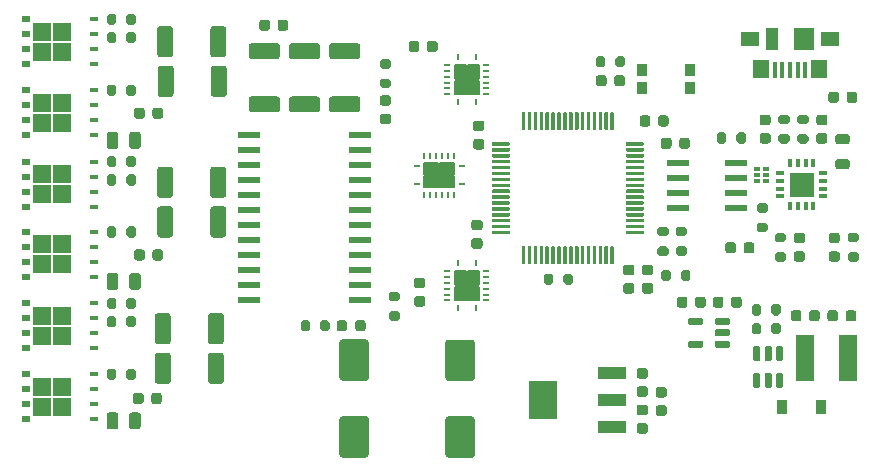
<source format=gbr>
%TF.GenerationSoftware,KiCad,Pcbnew,(5.1.8)-1*%
%TF.CreationDate,2020-11-11T18:37:22-08:00*%
%TF.ProjectId,MicroMotor,4d696372-6f4d-46f7-946f-722e6b696361,rev?*%
%TF.SameCoordinates,Original*%
%TF.FileFunction,Paste,Top*%
%TF.FilePolarity,Positive*%
%FSLAX46Y46*%
G04 Gerber Fmt 4.6, Leading zero omitted, Abs format (unit mm)*
G04 Created by KiCad (PCBNEW (5.1.8)-1) date 2020-11-11 18:37:22*
%MOMM*%
%LPD*%
G01*
G04 APERTURE LIST*
%ADD10C,0.152400*%
%ADD11R,1.879600X0.558800*%
%ADD12O,0.240000X0.599999*%
%ADD13O,0.599999X0.240000*%
%ADD14R,2.050001X2.550000*%
%ADD15R,2.550000X2.050001*%
%ADD16R,1.981200X0.558800*%
%ADD17R,2.400000X3.300001*%
%ADD18R,2.400000X1.000001*%
%ADD19R,0.900000X1.200000*%
%ADD20R,0.450000X1.380000*%
%ADD21R,1.425000X1.550000*%
%ADD22R,1.650000X1.300000*%
%ADD23R,1.800000X1.900000*%
%ADD24R,1.000000X1.900000*%
%ADD25R,1.500000X4.000000*%
%ADD26R,0.750000X0.500000*%
%ADD27R,1.500000X1.500000*%
%ADD28R,0.750000X0.400000*%
%ADD29R,0.900000X1.000000*%
%ADD30R,0.800000X0.400000*%
%ADD31R,0.400000X0.800000*%
%ADD32R,2.100000X2.100000*%
%ADD33R,0.520000X0.300000*%
%ADD34R,0.490000X0.300000*%
G04 APERTURE END LIST*
D10*
%TO.C,U4*%
X150050000Y-75160000D02*
X150050000Y-76300000D01*
X150967001Y-75160000D02*
X150050000Y-75160000D01*
X150967001Y-76300000D02*
X150967001Y-75160000D01*
X150050000Y-76300000D02*
X150967001Y-76300000D01*
X149850000Y-76300000D02*
X149850000Y-75160000D01*
X148932999Y-76300000D02*
X149850000Y-76300000D01*
X148932999Y-75160000D02*
X148932999Y-76300000D01*
X149850000Y-75160000D02*
X148932999Y-75160000D01*
X149850000Y-77639998D02*
X149850000Y-76499997D01*
X148932999Y-77639998D02*
X149850000Y-77639998D01*
X148932999Y-76499997D02*
X148932999Y-77639998D01*
X149850000Y-76499997D02*
X148932999Y-76499997D01*
X150050000Y-76499997D02*
X150050000Y-77639998D01*
X150967001Y-76499997D02*
X150050000Y-76499997D01*
X150967001Y-77639998D02*
X150967001Y-76499997D01*
X150050000Y-77639998D02*
X150967001Y-77639998D01*
%TO.C,U6*%
X149850000Y-95089998D02*
X149850000Y-93949998D01*
X148932999Y-95089998D02*
X149850000Y-95089998D01*
X148932999Y-93949998D02*
X148932999Y-95089998D01*
X149850000Y-93949998D02*
X148932999Y-93949998D01*
X150050000Y-93949998D02*
X150050000Y-95089998D01*
X150967001Y-93949998D02*
X150050000Y-93949998D01*
X150967001Y-95089998D02*
X150967001Y-93949998D01*
X150050000Y-95089998D02*
X150967001Y-95089998D01*
X150050000Y-92610000D02*
X150050000Y-93750001D01*
X150967001Y-92610000D02*
X150050000Y-92610000D01*
X150967001Y-93750001D02*
X150967001Y-92610000D01*
X150050000Y-93750001D02*
X150967001Y-93750001D01*
X149850000Y-93750001D02*
X149850000Y-92610000D01*
X148932999Y-93750001D02*
X149850000Y-93750001D01*
X148932999Y-92610000D02*
X148932999Y-93750001D01*
X149850000Y-92610000D02*
X148932999Y-92610000D01*
%TO.C,U5*%
X146360002Y-84600000D02*
X146360002Y-85517001D01*
X146360002Y-85517001D02*
X147500003Y-85517001D01*
X147500003Y-85517001D02*
X147500003Y-84600000D01*
X147500003Y-84600000D02*
X146360002Y-84600000D01*
X147500003Y-84400000D02*
X147500003Y-83482999D01*
X147500003Y-83482999D02*
X146360002Y-83482999D01*
X146360002Y-83482999D02*
X146360002Y-84400000D01*
X146360002Y-84400000D02*
X147500003Y-84400000D01*
X148840000Y-84400000D02*
X148840000Y-83482999D01*
X148840000Y-83482999D02*
X147700000Y-83482999D01*
X147700000Y-83482999D02*
X147700000Y-84400000D01*
X147700000Y-84400000D02*
X148840000Y-84400000D01*
X147700000Y-84600000D02*
X147700000Y-85517001D01*
X147700000Y-85517001D02*
X148840000Y-85517001D01*
X148840000Y-85517001D02*
X148840000Y-84600000D01*
X148840000Y-84600000D02*
X147700000Y-84600000D01*
%TD*%
%TO.C,R21*%
G36*
G01*
X142775000Y-76325000D02*
X143325000Y-76325000D01*
G75*
G02*
X143525000Y-76525000I0J-200000D01*
G01*
X143525000Y-76925000D01*
G75*
G02*
X143325000Y-77125000I-200000J0D01*
G01*
X142775000Y-77125000D01*
G75*
G02*
X142575000Y-76925000I0J200000D01*
G01*
X142575000Y-76525000D01*
G75*
G02*
X142775000Y-76325000I200000J0D01*
G01*
G37*
G36*
G01*
X142775000Y-74675000D02*
X143325000Y-74675000D01*
G75*
G02*
X143525000Y-74875000I0J-200000D01*
G01*
X143525000Y-75275000D01*
G75*
G02*
X143325000Y-75475000I-200000J0D01*
G01*
X142775000Y-75475000D01*
G75*
G02*
X142575000Y-75275000I0J200000D01*
G01*
X142575000Y-74875000D01*
G75*
G02*
X142775000Y-74675000I200000J0D01*
G01*
G37*
%TD*%
%TO.C,R20*%
G36*
G01*
X137525000Y-97525000D02*
X137525000Y-96975000D01*
G75*
G02*
X137725000Y-96775000I200000J0D01*
G01*
X138125000Y-96775000D01*
G75*
G02*
X138325000Y-96975000I0J-200000D01*
G01*
X138325000Y-97525000D01*
G75*
G02*
X138125000Y-97725000I-200000J0D01*
G01*
X137725000Y-97725000D01*
G75*
G02*
X137525000Y-97525000I0J200000D01*
G01*
G37*
G36*
G01*
X135875000Y-97525000D02*
X135875000Y-96975000D01*
G75*
G02*
X136075000Y-96775000I200000J0D01*
G01*
X136475000Y-96775000D01*
G75*
G02*
X136675000Y-96975000I0J-200000D01*
G01*
X136675000Y-97525000D01*
G75*
G02*
X136475000Y-97725000I-200000J0D01*
G01*
X136075000Y-97725000D01*
G75*
G02*
X135875000Y-97525000I0J200000D01*
G01*
G37*
%TD*%
%TO.C,D14*%
G36*
G01*
X143306250Y-78600000D02*
X142793750Y-78600000D01*
G75*
G02*
X142575000Y-78381250I0J218750D01*
G01*
X142575000Y-77943750D01*
G75*
G02*
X142793750Y-77725000I218750J0D01*
G01*
X143306250Y-77725000D01*
G75*
G02*
X143525000Y-77943750I0J-218750D01*
G01*
X143525000Y-78381250D01*
G75*
G02*
X143306250Y-78600000I-218750J0D01*
G01*
G37*
G36*
G01*
X143306250Y-80175000D02*
X142793750Y-80175000D01*
G75*
G02*
X142575000Y-79956250I0J218750D01*
G01*
X142575000Y-79518750D01*
G75*
G02*
X142793750Y-79300000I218750J0D01*
G01*
X143306250Y-79300000D01*
G75*
G02*
X143525000Y-79518750I0J-218750D01*
G01*
X143525000Y-79956250D01*
G75*
G02*
X143306250Y-80175000I-218750J0D01*
G01*
G37*
%TD*%
%TO.C,D13*%
G36*
G01*
X139800000Y-96993750D02*
X139800000Y-97506250D01*
G75*
G02*
X139581250Y-97725000I-218750J0D01*
G01*
X139143750Y-97725000D01*
G75*
G02*
X138925000Y-97506250I0J218750D01*
G01*
X138925000Y-96993750D01*
G75*
G02*
X139143750Y-96775000I218750J0D01*
G01*
X139581250Y-96775000D01*
G75*
G02*
X139800000Y-96993750I0J-218750D01*
G01*
G37*
G36*
G01*
X141375000Y-96993750D02*
X141375000Y-97506250D01*
G75*
G02*
X141156250Y-97725000I-218750J0D01*
G01*
X140718750Y-97725000D01*
G75*
G02*
X140500000Y-97506250I0J218750D01*
G01*
X140500000Y-96993750D01*
G75*
G02*
X140718750Y-96775000I218750J0D01*
G01*
X141156250Y-96775000D01*
G75*
G02*
X141375000Y-96993750I0J-218750D01*
G01*
G37*
%TD*%
D11*
%TO.C,U9*%
X131462900Y-95085000D03*
X131462900Y-93815000D03*
X131462900Y-92545000D03*
X131462900Y-91275000D03*
X131462900Y-90005000D03*
X131462900Y-88735000D03*
X131462900Y-87465000D03*
X131462900Y-86195000D03*
X131462900Y-84925000D03*
X131462900Y-83655000D03*
X131462900Y-82385000D03*
X131462900Y-81115000D03*
X140937100Y-81115000D03*
X140937100Y-82385000D03*
X140937100Y-83655000D03*
X140937100Y-84925000D03*
X140937100Y-86195000D03*
X140937100Y-87465000D03*
X140937100Y-88735000D03*
X140937100Y-90005000D03*
X140937100Y-91275000D03*
X140937100Y-92545000D03*
X140937100Y-93815000D03*
X140937100Y-95085000D03*
%TD*%
%TO.C,C27*%
G36*
G01*
X119450000Y-82025000D02*
X119450000Y-81075000D01*
G75*
G02*
X119700000Y-80825000I250000J0D01*
G01*
X120200000Y-80825000D01*
G75*
G02*
X120450000Y-81075000I0J-250000D01*
G01*
X120450000Y-82025000D01*
G75*
G02*
X120200000Y-82275000I-250000J0D01*
G01*
X119700000Y-82275000D01*
G75*
G02*
X119450000Y-82025000I0J250000D01*
G01*
G37*
G36*
G01*
X121350000Y-82025000D02*
X121350000Y-81075000D01*
G75*
G02*
X121600000Y-80825000I250000J0D01*
G01*
X122100000Y-80825000D01*
G75*
G02*
X122350000Y-81075000I0J-250000D01*
G01*
X122350000Y-82025000D01*
G75*
G02*
X122100000Y-82275000I-250000J0D01*
G01*
X121600000Y-82275000D01*
G75*
G02*
X121350000Y-82025000I0J250000D01*
G01*
G37*
%TD*%
%TO.C,D5*%
G36*
G01*
X123525000Y-101925001D02*
X123525000Y-99774999D01*
G75*
G02*
X123774999Y-99525000I249999J0D01*
G01*
X124625001Y-99525000D01*
G75*
G02*
X124875000Y-99774999I0J-249999D01*
G01*
X124875000Y-101925001D01*
G75*
G02*
X124625001Y-102175000I-249999J0D01*
G01*
X123774999Y-102175000D01*
G75*
G02*
X123525000Y-101925001I0J249999D01*
G01*
G37*
G36*
G01*
X128025000Y-101925001D02*
X128025000Y-99774999D01*
G75*
G02*
X128274999Y-99525000I249999J0D01*
G01*
X129125001Y-99525000D01*
G75*
G02*
X129375000Y-99774999I0J-249999D01*
G01*
X129375000Y-101925001D01*
G75*
G02*
X129125001Y-102175000I-249999J0D01*
G01*
X128274999Y-102175000D01*
G75*
G02*
X128025000Y-101925001I0J249999D01*
G01*
G37*
%TD*%
%TO.C,D2*%
G36*
G01*
X177843750Y-89375000D02*
X178356250Y-89375000D01*
G75*
G02*
X178575000Y-89593750I0J-218750D01*
G01*
X178575000Y-90031250D01*
G75*
G02*
X178356250Y-90250000I-218750J0D01*
G01*
X177843750Y-90250000D01*
G75*
G02*
X177625000Y-90031250I0J218750D01*
G01*
X177625000Y-89593750D01*
G75*
G02*
X177843750Y-89375000I218750J0D01*
G01*
G37*
G36*
G01*
X177843750Y-90950000D02*
X178356250Y-90950000D01*
G75*
G02*
X178575000Y-91168750I0J-218750D01*
G01*
X178575000Y-91606250D01*
G75*
G02*
X178356250Y-91825000I-218750J0D01*
G01*
X177843750Y-91825000D01*
G75*
G02*
X177625000Y-91606250I0J218750D01*
G01*
X177625000Y-91168750D01*
G75*
G02*
X177843750Y-90950000I218750J0D01*
G01*
G37*
%TD*%
%TO.C,R4*%
G36*
G01*
X176225000Y-89375000D02*
X176775000Y-89375000D01*
G75*
G02*
X176975000Y-89575000I0J-200000D01*
G01*
X176975000Y-89975000D01*
G75*
G02*
X176775000Y-90175000I-200000J0D01*
G01*
X176225000Y-90175000D01*
G75*
G02*
X176025000Y-89975000I0J200000D01*
G01*
X176025000Y-89575000D01*
G75*
G02*
X176225000Y-89375000I200000J0D01*
G01*
G37*
G36*
G01*
X176225000Y-91025000D02*
X176775000Y-91025000D01*
G75*
G02*
X176975000Y-91225000I0J-200000D01*
G01*
X176975000Y-91625000D01*
G75*
G02*
X176775000Y-91825000I-200000J0D01*
G01*
X176225000Y-91825000D01*
G75*
G02*
X176025000Y-91625000I0J200000D01*
G01*
X176025000Y-91225000D01*
G75*
G02*
X176225000Y-91025000I200000J0D01*
G01*
G37*
%TD*%
D12*
%TO.C,U4*%
X149200002Y-74500001D03*
D13*
X148300001Y-75149997D03*
X148300001Y-75649996D03*
X148300001Y-76149998D03*
X148300001Y-76649997D03*
X148300001Y-77149998D03*
X148300001Y-77649997D03*
D12*
X149200002Y-78299999D03*
X150700004Y-78299999D03*
D13*
X151599999Y-77649997D03*
X151599999Y-77149998D03*
X151599999Y-76649997D03*
X151599999Y-76149998D03*
X151599999Y-75649996D03*
X151599999Y-75149997D03*
D12*
X150700004Y-74500001D03*
D14*
X149950000Y-76400000D03*
%TD*%
D12*
%TO.C,U6*%
X150699998Y-95749997D03*
D13*
X151599999Y-95100001D03*
X151599999Y-94600002D03*
X151599999Y-94100000D03*
X151599999Y-93600001D03*
X151599999Y-93100000D03*
X151599999Y-92600001D03*
D12*
X150699998Y-91949999D03*
X149199996Y-91949999D03*
D13*
X148300001Y-92600001D03*
X148300001Y-93100000D03*
X148300001Y-93600001D03*
X148300001Y-94100000D03*
X148300001Y-94600002D03*
X148300001Y-95100001D03*
D12*
X149199996Y-95749997D03*
D14*
X149950000Y-93849998D03*
%TD*%
D15*
%TO.C,U5*%
X147600000Y-84500000D03*
D13*
X149499999Y-85250004D03*
D12*
X148850003Y-86149999D03*
X148350004Y-86149999D03*
X147850002Y-86149999D03*
X147350003Y-86149999D03*
X146850002Y-86149999D03*
X146350003Y-86149999D03*
D13*
X145700001Y-85250004D03*
X145700001Y-83750002D03*
D12*
X146350003Y-82850001D03*
X146850002Y-82850001D03*
X147350003Y-82850001D03*
X147850002Y-82850001D03*
X148350004Y-82850001D03*
X148850003Y-82850001D03*
D13*
X149499999Y-83750002D03*
%TD*%
D16*
%TO.C,U3*%
X172763800Y-87305000D03*
X172763800Y-86035000D03*
X172763800Y-84765000D03*
X172763800Y-83495000D03*
X167836200Y-83495000D03*
X167836200Y-84765000D03*
X167836200Y-86035000D03*
X167836200Y-87305000D03*
%TD*%
D17*
%TO.C,U7*%
X156399998Y-103550000D03*
D18*
X162199999Y-101250000D03*
X162199999Y-103550000D03*
X162199999Y-105850000D03*
%TD*%
%TO.C,C1*%
G36*
G01*
X180550000Y-78150000D02*
X180550000Y-77650000D01*
G75*
G02*
X180775000Y-77425000I225000J0D01*
G01*
X181225000Y-77425000D01*
G75*
G02*
X181450000Y-77650000I0J-225000D01*
G01*
X181450000Y-78150000D01*
G75*
G02*
X181225000Y-78375000I-225000J0D01*
G01*
X180775000Y-78375000D01*
G75*
G02*
X180550000Y-78150000I0J225000D01*
G01*
G37*
G36*
G01*
X182100000Y-78150000D02*
X182100000Y-77650000D01*
G75*
G02*
X182325000Y-77425000I225000J0D01*
G01*
X182775000Y-77425000D01*
G75*
G02*
X183000000Y-77650000I0J-225000D01*
G01*
X183000000Y-78150000D01*
G75*
G02*
X182775000Y-78375000I-225000J0D01*
G01*
X182325000Y-78375000D01*
G75*
G02*
X182100000Y-78150000I0J225000D01*
G01*
G37*
%TD*%
%TO.C,C2*%
G36*
G01*
X179750000Y-80925000D02*
X180250000Y-80925000D01*
G75*
G02*
X180475000Y-81150000I0J-225000D01*
G01*
X180475000Y-81600000D01*
G75*
G02*
X180250000Y-81825000I-225000J0D01*
G01*
X179750000Y-81825000D01*
G75*
G02*
X179525000Y-81600000I0J225000D01*
G01*
X179525000Y-81150000D01*
G75*
G02*
X179750000Y-80925000I225000J0D01*
G01*
G37*
G36*
G01*
X179750000Y-79375000D02*
X180250000Y-79375000D01*
G75*
G02*
X180475000Y-79600000I0J-225000D01*
G01*
X180475000Y-80050000D01*
G75*
G02*
X180250000Y-80275000I-225000J0D01*
G01*
X179750000Y-80275000D01*
G75*
G02*
X179525000Y-80050000I0J225000D01*
G01*
X179525000Y-79600000D01*
G75*
G02*
X179750000Y-79375000I225000J0D01*
G01*
G37*
%TD*%
%TO.C,C3*%
G36*
G01*
X174950000Y-80925000D02*
X175450000Y-80925000D01*
G75*
G02*
X175675000Y-81150000I0J-225000D01*
G01*
X175675000Y-81600000D01*
G75*
G02*
X175450000Y-81825000I-225000J0D01*
G01*
X174950000Y-81825000D01*
G75*
G02*
X174725000Y-81600000I0J225000D01*
G01*
X174725000Y-81150000D01*
G75*
G02*
X174950000Y-80925000I225000J0D01*
G01*
G37*
G36*
G01*
X174950000Y-79375000D02*
X175450000Y-79375000D01*
G75*
G02*
X175675000Y-79600000I0J-225000D01*
G01*
X175675000Y-80050000D01*
G75*
G02*
X175450000Y-80275000I-225000J0D01*
G01*
X174950000Y-80275000D01*
G75*
G02*
X174725000Y-80050000I0J225000D01*
G01*
X174725000Y-79600000D01*
G75*
G02*
X174950000Y-79375000I225000J0D01*
G01*
G37*
%TD*%
%TO.C,C4*%
G36*
G01*
X163325000Y-76250000D02*
X163325000Y-76750000D01*
G75*
G02*
X163100000Y-76975000I-225000J0D01*
G01*
X162650000Y-76975000D01*
G75*
G02*
X162425000Y-76750000I0J225000D01*
G01*
X162425000Y-76250000D01*
G75*
G02*
X162650000Y-76025000I225000J0D01*
G01*
X163100000Y-76025000D01*
G75*
G02*
X163325000Y-76250000I0J-225000D01*
G01*
G37*
G36*
G01*
X161775000Y-76250000D02*
X161775000Y-76750000D01*
G75*
G02*
X161550000Y-76975000I-225000J0D01*
G01*
X161100000Y-76975000D01*
G75*
G02*
X160875000Y-76750000I0J225000D01*
G01*
X160875000Y-76250000D01*
G75*
G02*
X161100000Y-76025000I225000J0D01*
G01*
X161550000Y-76025000D01*
G75*
G02*
X161775000Y-76250000I0J-225000D01*
G01*
G37*
%TD*%
%TO.C,C5*%
G36*
G01*
X172725000Y-90400000D02*
X172725000Y-90900000D01*
G75*
G02*
X172500000Y-91125000I-225000J0D01*
G01*
X172050000Y-91125000D01*
G75*
G02*
X171825000Y-90900000I0J225000D01*
G01*
X171825000Y-90400000D01*
G75*
G02*
X172050000Y-90175000I225000J0D01*
G01*
X172500000Y-90175000D01*
G75*
G02*
X172725000Y-90400000I0J-225000D01*
G01*
G37*
G36*
G01*
X174275000Y-90400000D02*
X174275000Y-90900000D01*
G75*
G02*
X174050000Y-91125000I-225000J0D01*
G01*
X173600000Y-91125000D01*
G75*
G02*
X173375000Y-90900000I0J225000D01*
G01*
X173375000Y-90400000D01*
G75*
G02*
X173600000Y-90175000I225000J0D01*
G01*
X174050000Y-90175000D01*
G75*
G02*
X174275000Y-90400000I0J-225000D01*
G01*
G37*
%TD*%
%TO.C,C6*%
G36*
G01*
X150550000Y-89825000D02*
X151050000Y-89825000D01*
G75*
G02*
X151275000Y-90050000I0J-225000D01*
G01*
X151275000Y-90500000D01*
G75*
G02*
X151050000Y-90725000I-225000J0D01*
G01*
X150550000Y-90725000D01*
G75*
G02*
X150325000Y-90500000I0J225000D01*
G01*
X150325000Y-90050000D01*
G75*
G02*
X150550000Y-89825000I225000J0D01*
G01*
G37*
G36*
G01*
X150550000Y-88275000D02*
X151050000Y-88275000D01*
G75*
G02*
X151275000Y-88500000I0J-225000D01*
G01*
X151275000Y-88950000D01*
G75*
G02*
X151050000Y-89175000I-225000J0D01*
G01*
X150550000Y-89175000D01*
G75*
G02*
X150325000Y-88950000I0J225000D01*
G01*
X150325000Y-88500000D01*
G75*
G02*
X150550000Y-88275000I225000J0D01*
G01*
G37*
%TD*%
%TO.C,C7*%
G36*
G01*
X164575000Y-80150000D02*
X164575000Y-79650000D01*
G75*
G02*
X164800000Y-79425000I225000J0D01*
G01*
X165250000Y-79425000D01*
G75*
G02*
X165475000Y-79650000I0J-225000D01*
G01*
X165475000Y-80150000D01*
G75*
G02*
X165250000Y-80375000I-225000J0D01*
G01*
X164800000Y-80375000D01*
G75*
G02*
X164575000Y-80150000I0J225000D01*
G01*
G37*
G36*
G01*
X166125000Y-80150000D02*
X166125000Y-79650000D01*
G75*
G02*
X166350000Y-79425000I225000J0D01*
G01*
X166800000Y-79425000D01*
G75*
G02*
X167025000Y-79650000I0J-225000D01*
G01*
X167025000Y-80150000D01*
G75*
G02*
X166800000Y-80375000I-225000J0D01*
G01*
X166350000Y-80375000D01*
G75*
G02*
X166125000Y-80150000I0J225000D01*
G01*
G37*
%TD*%
%TO.C,C8*%
G36*
G01*
X165000000Y-93625000D02*
X165500000Y-93625000D01*
G75*
G02*
X165725000Y-93850000I0J-225000D01*
G01*
X165725000Y-94300000D01*
G75*
G02*
X165500000Y-94525000I-225000J0D01*
G01*
X165000000Y-94525000D01*
G75*
G02*
X164775000Y-94300000I0J225000D01*
G01*
X164775000Y-93850000D01*
G75*
G02*
X165000000Y-93625000I225000J0D01*
G01*
G37*
G36*
G01*
X165000000Y-92075000D02*
X165500000Y-92075000D01*
G75*
G02*
X165725000Y-92300000I0J-225000D01*
G01*
X165725000Y-92750000D01*
G75*
G02*
X165500000Y-92975000I-225000J0D01*
G01*
X165000000Y-92975000D01*
G75*
G02*
X164775000Y-92750000I0J225000D01*
G01*
X164775000Y-92300000D01*
G75*
G02*
X165000000Y-92075000I225000J0D01*
G01*
G37*
%TD*%
%TO.C,C9*%
G36*
G01*
X163400000Y-92075000D02*
X163900000Y-92075000D01*
G75*
G02*
X164125000Y-92300000I0J-225000D01*
G01*
X164125000Y-92750000D01*
G75*
G02*
X163900000Y-92975000I-225000J0D01*
G01*
X163400000Y-92975000D01*
G75*
G02*
X163175000Y-92750000I0J225000D01*
G01*
X163175000Y-92300000D01*
G75*
G02*
X163400000Y-92075000I225000J0D01*
G01*
G37*
G36*
G01*
X163400000Y-93625000D02*
X163900000Y-93625000D01*
G75*
G02*
X164125000Y-93850000I0J-225000D01*
G01*
X164125000Y-94300000D01*
G75*
G02*
X163900000Y-94525000I-225000J0D01*
G01*
X163400000Y-94525000D01*
G75*
G02*
X163175000Y-94300000I0J225000D01*
G01*
X163175000Y-93850000D01*
G75*
G02*
X163400000Y-93625000I225000J0D01*
G01*
G37*
%TD*%
%TO.C,C10*%
G36*
G01*
X167275000Y-81550000D02*
X167275000Y-82050000D01*
G75*
G02*
X167050000Y-82275000I-225000J0D01*
G01*
X166600000Y-82275000D01*
G75*
G02*
X166375000Y-82050000I0J225000D01*
G01*
X166375000Y-81550000D01*
G75*
G02*
X166600000Y-81325000I225000J0D01*
G01*
X167050000Y-81325000D01*
G75*
G02*
X167275000Y-81550000I0J-225000D01*
G01*
G37*
G36*
G01*
X168825000Y-81550000D02*
X168825000Y-82050000D01*
G75*
G02*
X168600000Y-82275000I-225000J0D01*
G01*
X168150000Y-82275000D01*
G75*
G02*
X167925000Y-82050000I0J225000D01*
G01*
X167925000Y-81550000D01*
G75*
G02*
X168150000Y-81325000I225000J0D01*
G01*
X168600000Y-81325000D01*
G75*
G02*
X168825000Y-81550000I0J-225000D01*
G01*
G37*
%TD*%
%TO.C,C11*%
G36*
G01*
X145925000Y-73350000D02*
X145925000Y-73850000D01*
G75*
G02*
X145700000Y-74075000I-225000J0D01*
G01*
X145250000Y-74075000D01*
G75*
G02*
X145025000Y-73850000I0J225000D01*
G01*
X145025000Y-73350000D01*
G75*
G02*
X145250000Y-73125000I225000J0D01*
G01*
X145700000Y-73125000D01*
G75*
G02*
X145925000Y-73350000I0J-225000D01*
G01*
G37*
G36*
G01*
X147475000Y-73350000D02*
X147475000Y-73850000D01*
G75*
G02*
X147250000Y-74075000I-225000J0D01*
G01*
X146800000Y-74075000D01*
G75*
G02*
X146575000Y-73850000I0J225000D01*
G01*
X146575000Y-73350000D01*
G75*
G02*
X146800000Y-73125000I225000J0D01*
G01*
X147250000Y-73125000D01*
G75*
G02*
X147475000Y-73350000I0J-225000D01*
G01*
G37*
%TD*%
%TO.C,C12*%
G36*
G01*
X151200000Y-82325000D02*
X150700000Y-82325000D01*
G75*
G02*
X150475000Y-82100000I0J225000D01*
G01*
X150475000Y-81650000D01*
G75*
G02*
X150700000Y-81425000I225000J0D01*
G01*
X151200000Y-81425000D01*
G75*
G02*
X151425000Y-81650000I0J-225000D01*
G01*
X151425000Y-82100000D01*
G75*
G02*
X151200000Y-82325000I-225000J0D01*
G01*
G37*
G36*
G01*
X151200000Y-80775000D02*
X150700000Y-80775000D01*
G75*
G02*
X150475000Y-80550000I0J225000D01*
G01*
X150475000Y-80100000D01*
G75*
G02*
X150700000Y-79875000I225000J0D01*
G01*
X151200000Y-79875000D01*
G75*
G02*
X151425000Y-80100000I0J-225000D01*
G01*
X151425000Y-80550000D01*
G75*
G02*
X151200000Y-80775000I-225000J0D01*
G01*
G37*
%TD*%
%TO.C,C13*%
G36*
G01*
X146200000Y-94075000D02*
X145700000Y-94075000D01*
G75*
G02*
X145475000Y-93850000I0J225000D01*
G01*
X145475000Y-93400000D01*
G75*
G02*
X145700000Y-93175000I225000J0D01*
G01*
X146200000Y-93175000D01*
G75*
G02*
X146425000Y-93400000I0J-225000D01*
G01*
X146425000Y-93850000D01*
G75*
G02*
X146200000Y-94075000I-225000J0D01*
G01*
G37*
G36*
G01*
X146200000Y-95625000D02*
X145700000Y-95625000D01*
G75*
G02*
X145475000Y-95400000I0J225000D01*
G01*
X145475000Y-94950000D01*
G75*
G02*
X145700000Y-94725000I225000J0D01*
G01*
X146200000Y-94725000D01*
G75*
G02*
X146425000Y-94950000I0J-225000D01*
G01*
X146425000Y-95400000D01*
G75*
G02*
X146200000Y-95625000I-225000J0D01*
G01*
G37*
%TD*%
%TO.C,C14*%
G36*
G01*
X164550000Y-105475000D02*
X165050000Y-105475000D01*
G75*
G02*
X165275000Y-105700000I0J-225000D01*
G01*
X165275000Y-106150000D01*
G75*
G02*
X165050000Y-106375000I-225000J0D01*
G01*
X164550000Y-106375000D01*
G75*
G02*
X164325000Y-106150000I0J225000D01*
G01*
X164325000Y-105700000D01*
G75*
G02*
X164550000Y-105475000I225000J0D01*
G01*
G37*
G36*
G01*
X164550000Y-103925000D02*
X165050000Y-103925000D01*
G75*
G02*
X165275000Y-104150000I0J-225000D01*
G01*
X165275000Y-104600000D01*
G75*
G02*
X165050000Y-104825000I-225000J0D01*
G01*
X164550000Y-104825000D01*
G75*
G02*
X164325000Y-104600000I0J225000D01*
G01*
X164325000Y-104150000D01*
G75*
G02*
X164550000Y-103925000I225000J0D01*
G01*
G37*
%TD*%
%TO.C,C15*%
G36*
G01*
X165050000Y-103275000D02*
X164550000Y-103275000D01*
G75*
G02*
X164325000Y-103050000I0J225000D01*
G01*
X164325000Y-102600000D01*
G75*
G02*
X164550000Y-102375000I225000J0D01*
G01*
X165050000Y-102375000D01*
G75*
G02*
X165275000Y-102600000I0J-225000D01*
G01*
X165275000Y-103050000D01*
G75*
G02*
X165050000Y-103275000I-225000J0D01*
G01*
G37*
G36*
G01*
X165050000Y-101725000D02*
X164550000Y-101725000D01*
G75*
G02*
X164325000Y-101500000I0J225000D01*
G01*
X164325000Y-101050000D01*
G75*
G02*
X164550000Y-100825000I225000J0D01*
G01*
X165050000Y-100825000D01*
G75*
G02*
X165275000Y-101050000I0J-225000D01*
G01*
X165275000Y-101500000D01*
G75*
G02*
X165050000Y-101725000I-225000J0D01*
G01*
G37*
%TD*%
%TO.C,C16*%
G36*
G01*
X179825000Y-96150000D02*
X179825000Y-96650000D01*
G75*
G02*
X179600000Y-96875000I-225000J0D01*
G01*
X179150000Y-96875000D01*
G75*
G02*
X178925000Y-96650000I0J225000D01*
G01*
X178925000Y-96150000D01*
G75*
G02*
X179150000Y-95925000I225000J0D01*
G01*
X179600000Y-95925000D01*
G75*
G02*
X179825000Y-96150000I0J-225000D01*
G01*
G37*
G36*
G01*
X178275000Y-96150000D02*
X178275000Y-96650000D01*
G75*
G02*
X178050000Y-96875000I-225000J0D01*
G01*
X177600000Y-96875000D01*
G75*
G02*
X177375000Y-96650000I0J225000D01*
G01*
X177375000Y-96150000D01*
G75*
G02*
X177600000Y-95925000I225000J0D01*
G01*
X178050000Y-95925000D01*
G75*
G02*
X178275000Y-96150000I0J-225000D01*
G01*
G37*
%TD*%
%TO.C,C17*%
G36*
G01*
X166650000Y-103325000D02*
X166150000Y-103325000D01*
G75*
G02*
X165925000Y-103100000I0J225000D01*
G01*
X165925000Y-102650000D01*
G75*
G02*
X166150000Y-102425000I225000J0D01*
G01*
X166650000Y-102425000D01*
G75*
G02*
X166875000Y-102650000I0J-225000D01*
G01*
X166875000Y-103100000D01*
G75*
G02*
X166650000Y-103325000I-225000J0D01*
G01*
G37*
G36*
G01*
X166650000Y-104875000D02*
X166150000Y-104875000D01*
G75*
G02*
X165925000Y-104650000I0J225000D01*
G01*
X165925000Y-104200000D01*
G75*
G02*
X166150000Y-103975000I225000J0D01*
G01*
X166650000Y-103975000D01*
G75*
G02*
X166875000Y-104200000I0J-225000D01*
G01*
X166875000Y-104650000D01*
G75*
G02*
X166650000Y-104875000I-225000J0D01*
G01*
G37*
%TD*%
%TO.C,C18*%
G36*
G01*
X180475000Y-96650000D02*
X180475000Y-96150000D01*
G75*
G02*
X180700000Y-95925000I225000J0D01*
G01*
X181150000Y-95925000D01*
G75*
G02*
X181375000Y-96150000I0J-225000D01*
G01*
X181375000Y-96650000D01*
G75*
G02*
X181150000Y-96875000I-225000J0D01*
G01*
X180700000Y-96875000D01*
G75*
G02*
X180475000Y-96650000I0J225000D01*
G01*
G37*
G36*
G01*
X182025000Y-96650000D02*
X182025000Y-96150000D01*
G75*
G02*
X182250000Y-95925000I225000J0D01*
G01*
X182700000Y-95925000D01*
G75*
G02*
X182925000Y-96150000I0J-225000D01*
G01*
X182925000Y-96650000D01*
G75*
G02*
X182700000Y-96875000I-225000J0D01*
G01*
X182250000Y-96875000D01*
G75*
G02*
X182025000Y-96650000I0J225000D01*
G01*
G37*
%TD*%
%TO.C,C19*%
G36*
G01*
X122575000Y-103150000D02*
X122575000Y-103650000D01*
G75*
G02*
X122350000Y-103875000I-225000J0D01*
G01*
X121900000Y-103875000D01*
G75*
G02*
X121675000Y-103650000I0J225000D01*
G01*
X121675000Y-103150000D01*
G75*
G02*
X121900000Y-102925000I225000J0D01*
G01*
X122350000Y-102925000D01*
G75*
G02*
X122575000Y-103150000I0J-225000D01*
G01*
G37*
G36*
G01*
X124125000Y-103150000D02*
X124125000Y-103650000D01*
G75*
G02*
X123900000Y-103875000I-225000J0D01*
G01*
X123450000Y-103875000D01*
G75*
G02*
X123225000Y-103650000I0J225000D01*
G01*
X123225000Y-103150000D01*
G75*
G02*
X123450000Y-102925000I225000J0D01*
G01*
X123900000Y-102925000D01*
G75*
G02*
X124125000Y-103150000I0J-225000D01*
G01*
G37*
%TD*%
%TO.C,C20*%
G36*
G01*
X170775000Y-95500000D02*
X170775000Y-95000000D01*
G75*
G02*
X171000000Y-94775000I225000J0D01*
G01*
X171450000Y-94775000D01*
G75*
G02*
X171675000Y-95000000I0J-225000D01*
G01*
X171675000Y-95500000D01*
G75*
G02*
X171450000Y-95725000I-225000J0D01*
G01*
X171000000Y-95725000D01*
G75*
G02*
X170775000Y-95500000I0J225000D01*
G01*
G37*
G36*
G01*
X172325000Y-95500000D02*
X172325000Y-95000000D01*
G75*
G02*
X172550000Y-94775000I225000J0D01*
G01*
X173000000Y-94775000D01*
G75*
G02*
X173225000Y-95000000I0J-225000D01*
G01*
X173225000Y-95500000D01*
G75*
G02*
X173000000Y-95725000I-225000J0D01*
G01*
X172550000Y-95725000D01*
G75*
G02*
X172325000Y-95500000I0J225000D01*
G01*
G37*
%TD*%
%TO.C,C21*%
G36*
G01*
X122675000Y-91000000D02*
X122675000Y-91500000D01*
G75*
G02*
X122450000Y-91725000I-225000J0D01*
G01*
X122000000Y-91725000D01*
G75*
G02*
X121775000Y-91500000I0J225000D01*
G01*
X121775000Y-91000000D01*
G75*
G02*
X122000000Y-90775000I225000J0D01*
G01*
X122450000Y-90775000D01*
G75*
G02*
X122675000Y-91000000I0J-225000D01*
G01*
G37*
G36*
G01*
X124225000Y-91000000D02*
X124225000Y-91500000D01*
G75*
G02*
X124000000Y-91725000I-225000J0D01*
G01*
X123550000Y-91725000D01*
G75*
G02*
X123325000Y-91500000I0J225000D01*
G01*
X123325000Y-91000000D01*
G75*
G02*
X123550000Y-90775000I225000J0D01*
G01*
X124000000Y-90775000D01*
G75*
G02*
X124225000Y-91000000I0J-225000D01*
G01*
G37*
%TD*%
%TO.C,C22*%
G36*
G01*
X124225000Y-79000000D02*
X124225000Y-79500000D01*
G75*
G02*
X124000000Y-79725000I-225000J0D01*
G01*
X123550000Y-79725000D01*
G75*
G02*
X123325000Y-79500000I0J225000D01*
G01*
X123325000Y-79000000D01*
G75*
G02*
X123550000Y-78775000I225000J0D01*
G01*
X124000000Y-78775000D01*
G75*
G02*
X124225000Y-79000000I0J-225000D01*
G01*
G37*
G36*
G01*
X122675000Y-79000000D02*
X122675000Y-79500000D01*
G75*
G02*
X122450000Y-79725000I-225000J0D01*
G01*
X122000000Y-79725000D01*
G75*
G02*
X121775000Y-79500000I0J225000D01*
G01*
X121775000Y-79000000D01*
G75*
G02*
X122000000Y-78775000I225000J0D01*
G01*
X122450000Y-78775000D01*
G75*
G02*
X122675000Y-79000000I0J-225000D01*
G01*
G37*
%TD*%
%TO.C,C23*%
G36*
G01*
X168625000Y-95000000D02*
X168625000Y-95500000D01*
G75*
G02*
X168400000Y-95725000I-225000J0D01*
G01*
X167950000Y-95725000D01*
G75*
G02*
X167725000Y-95500000I0J225000D01*
G01*
X167725000Y-95000000D01*
G75*
G02*
X167950000Y-94775000I225000J0D01*
G01*
X168400000Y-94775000D01*
G75*
G02*
X168625000Y-95000000I0J-225000D01*
G01*
G37*
G36*
G01*
X170175000Y-95000000D02*
X170175000Y-95500000D01*
G75*
G02*
X169950000Y-95725000I-225000J0D01*
G01*
X169500000Y-95725000D01*
G75*
G02*
X169275000Y-95500000I0J225000D01*
G01*
X169275000Y-95000000D01*
G75*
G02*
X169500000Y-94775000I225000J0D01*
G01*
X169950000Y-94775000D01*
G75*
G02*
X170175000Y-95000000I0J-225000D01*
G01*
G37*
%TD*%
%TO.C,C24*%
G36*
G01*
X133925000Y-72050000D02*
X133925000Y-71550000D01*
G75*
G02*
X134150000Y-71325000I225000J0D01*
G01*
X134600000Y-71325000D01*
G75*
G02*
X134825000Y-71550000I0J-225000D01*
G01*
X134825000Y-72050000D01*
G75*
G02*
X134600000Y-72275000I-225000J0D01*
G01*
X134150000Y-72275000D01*
G75*
G02*
X133925000Y-72050000I0J225000D01*
G01*
G37*
G36*
G01*
X132375000Y-72050000D02*
X132375000Y-71550000D01*
G75*
G02*
X132600000Y-71325000I225000J0D01*
G01*
X133050000Y-71325000D01*
G75*
G02*
X133275000Y-71550000I0J-225000D01*
G01*
X133275000Y-72050000D01*
G75*
G02*
X133050000Y-72275000I-225000J0D01*
G01*
X132600000Y-72275000D01*
G75*
G02*
X132375000Y-72050000I0J225000D01*
G01*
G37*
%TD*%
%TO.C,C25*%
G36*
G01*
X121350000Y-105775000D02*
X121350000Y-104825000D01*
G75*
G02*
X121600000Y-104575000I250000J0D01*
G01*
X122100000Y-104575000D01*
G75*
G02*
X122350000Y-104825000I0J-250000D01*
G01*
X122350000Y-105775000D01*
G75*
G02*
X122100000Y-106025000I-250000J0D01*
G01*
X121600000Y-106025000D01*
G75*
G02*
X121350000Y-105775000I0J250000D01*
G01*
G37*
G36*
G01*
X119450000Y-105775000D02*
X119450000Y-104825000D01*
G75*
G02*
X119700000Y-104575000I250000J0D01*
G01*
X120200000Y-104575000D01*
G75*
G02*
X120450000Y-104825000I0J-250000D01*
G01*
X120450000Y-105775000D01*
G75*
G02*
X120200000Y-106025000I-250000J0D01*
G01*
X119700000Y-106025000D01*
G75*
G02*
X119450000Y-105775000I0J250000D01*
G01*
G37*
%TD*%
%TO.C,C26*%
G36*
G01*
X121350000Y-93975000D02*
X121350000Y-93025000D01*
G75*
G02*
X121600000Y-92775000I250000J0D01*
G01*
X122100000Y-92775000D01*
G75*
G02*
X122350000Y-93025000I0J-250000D01*
G01*
X122350000Y-93975000D01*
G75*
G02*
X122100000Y-94225000I-250000J0D01*
G01*
X121600000Y-94225000D01*
G75*
G02*
X121350000Y-93975000I0J250000D01*
G01*
G37*
G36*
G01*
X119450000Y-93975000D02*
X119450000Y-93025000D01*
G75*
G02*
X119700000Y-92775000I250000J0D01*
G01*
X120200000Y-92775000D01*
G75*
G02*
X120450000Y-93025000I0J-250000D01*
G01*
X120450000Y-93975000D01*
G75*
G02*
X120200000Y-94225000I-250000J0D01*
G01*
X119700000Y-94225000D01*
G75*
G02*
X119450000Y-93975000I0J250000D01*
G01*
G37*
%TD*%
%TO.C,C28*%
G36*
G01*
X150375001Y-108419999D02*
X148375001Y-108419999D01*
G75*
G02*
X148125001Y-108169999I0J250000D01*
G01*
X148125001Y-105169999D01*
G75*
G02*
X148375001Y-104919999I250000J0D01*
G01*
X150375001Y-104919999D01*
G75*
G02*
X150625001Y-105169999I0J-250000D01*
G01*
X150625001Y-108169999D01*
G75*
G02*
X150375001Y-108419999I-250000J0D01*
G01*
G37*
G36*
G01*
X150375001Y-101919999D02*
X148375001Y-101919999D01*
G75*
G02*
X148125001Y-101669999I0J250000D01*
G01*
X148125001Y-98669999D01*
G75*
G02*
X148375001Y-98419999I250000J0D01*
G01*
X150375001Y-98419999D01*
G75*
G02*
X150625001Y-98669999I0J-250000D01*
G01*
X150625001Y-101669999D01*
G75*
G02*
X150375001Y-101919999I-250000J0D01*
G01*
G37*
%TD*%
%TO.C,C29*%
G36*
G01*
X141400000Y-101900000D02*
X139400000Y-101900000D01*
G75*
G02*
X139150000Y-101650000I0J250000D01*
G01*
X139150000Y-98650000D01*
G75*
G02*
X139400000Y-98400000I250000J0D01*
G01*
X141400000Y-98400000D01*
G75*
G02*
X141650000Y-98650000I0J-250000D01*
G01*
X141650000Y-101650000D01*
G75*
G02*
X141400000Y-101900000I-250000J0D01*
G01*
G37*
G36*
G01*
X141400000Y-108400000D02*
X139400000Y-108400000D01*
G75*
G02*
X139150000Y-108150000I0J250000D01*
G01*
X139150000Y-105150000D01*
G75*
G02*
X139400000Y-104900000I250000J0D01*
G01*
X141400000Y-104900000D01*
G75*
G02*
X141650000Y-105150000I0J-250000D01*
G01*
X141650000Y-108150000D01*
G75*
G02*
X141400000Y-108400000I-250000J0D01*
G01*
G37*
%TD*%
%TO.C,D1*%
G36*
G01*
X180793750Y-90950000D02*
X181306250Y-90950000D01*
G75*
G02*
X181525000Y-91168750I0J-218750D01*
G01*
X181525000Y-91606250D01*
G75*
G02*
X181306250Y-91825000I-218750J0D01*
G01*
X180793750Y-91825000D01*
G75*
G02*
X180575000Y-91606250I0J218750D01*
G01*
X180575000Y-91168750D01*
G75*
G02*
X180793750Y-90950000I218750J0D01*
G01*
G37*
G36*
G01*
X180793750Y-89375000D02*
X181306250Y-89375000D01*
G75*
G02*
X181525000Y-89593750I0J-218750D01*
G01*
X181525000Y-90031250D01*
G75*
G02*
X181306250Y-90250000I-218750J0D01*
G01*
X180793750Y-90250000D01*
G75*
G02*
X180575000Y-90031250I0J218750D01*
G01*
X180575000Y-89593750D01*
G75*
G02*
X180793750Y-89375000I218750J0D01*
G01*
G37*
%TD*%
D19*
%TO.C,D3*%
X176650000Y-104100000D03*
X179950000Y-104100000D03*
%TD*%
%TO.C,D4*%
G36*
G01*
X137275001Y-74675000D02*
X135124999Y-74675000D01*
G75*
G02*
X134875000Y-74425001I0J249999D01*
G01*
X134875000Y-73574999D01*
G75*
G02*
X135124999Y-73325000I249999J0D01*
G01*
X137275001Y-73325000D01*
G75*
G02*
X137525000Y-73574999I0J-249999D01*
G01*
X137525000Y-74425001D01*
G75*
G02*
X137275001Y-74675000I-249999J0D01*
G01*
G37*
G36*
G01*
X137275001Y-79175000D02*
X135124999Y-79175000D01*
G75*
G02*
X134875000Y-78925001I0J249999D01*
G01*
X134875000Y-78074999D01*
G75*
G02*
X135124999Y-77825000I249999J0D01*
G01*
X137275001Y-77825000D01*
G75*
G02*
X137525000Y-78074999I0J-249999D01*
G01*
X137525000Y-78925001D01*
G75*
G02*
X137275001Y-79175000I-249999J0D01*
G01*
G37*
%TD*%
%TO.C,D6*%
G36*
G01*
X129375000Y-96424999D02*
X129375000Y-98575001D01*
G75*
G02*
X129125001Y-98825000I-249999J0D01*
G01*
X128274999Y-98825000D01*
G75*
G02*
X128025000Y-98575001I0J249999D01*
G01*
X128025000Y-96424999D01*
G75*
G02*
X128274999Y-96175000I249999J0D01*
G01*
X129125001Y-96175000D01*
G75*
G02*
X129375000Y-96424999I0J-249999D01*
G01*
G37*
G36*
G01*
X124875000Y-96424999D02*
X124875000Y-98575001D01*
G75*
G02*
X124625001Y-98825000I-249999J0D01*
G01*
X123774999Y-98825000D01*
G75*
G02*
X123525000Y-98575001I0J249999D01*
G01*
X123525000Y-96424999D01*
G75*
G02*
X123774999Y-96175000I249999J0D01*
G01*
X124625001Y-96175000D01*
G75*
G02*
X124875000Y-96424999I0J-249999D01*
G01*
G37*
%TD*%
%TO.C,D7*%
G36*
G01*
X140675001Y-79175000D02*
X138524999Y-79175000D01*
G75*
G02*
X138275000Y-78925001I0J249999D01*
G01*
X138275000Y-78074999D01*
G75*
G02*
X138524999Y-77825000I249999J0D01*
G01*
X140675001Y-77825000D01*
G75*
G02*
X140925000Y-78074999I0J-249999D01*
G01*
X140925000Y-78925001D01*
G75*
G02*
X140675001Y-79175000I-249999J0D01*
G01*
G37*
G36*
G01*
X140675001Y-74675000D02*
X138524999Y-74675000D01*
G75*
G02*
X138275000Y-74425001I0J249999D01*
G01*
X138275000Y-73574999D01*
G75*
G02*
X138524999Y-73325000I249999J0D01*
G01*
X140675001Y-73325000D01*
G75*
G02*
X140925000Y-73574999I0J-249999D01*
G01*
X140925000Y-74425001D01*
G75*
G02*
X140675001Y-74675000I-249999J0D01*
G01*
G37*
%TD*%
%TO.C,D8*%
G36*
G01*
X123725000Y-89525001D02*
X123725000Y-87374999D01*
G75*
G02*
X123974999Y-87125000I249999J0D01*
G01*
X124825001Y-87125000D01*
G75*
G02*
X125075000Y-87374999I0J-249999D01*
G01*
X125075000Y-89525001D01*
G75*
G02*
X124825001Y-89775000I-249999J0D01*
G01*
X123974999Y-89775000D01*
G75*
G02*
X123725000Y-89525001I0J249999D01*
G01*
G37*
G36*
G01*
X128225000Y-89525001D02*
X128225000Y-87374999D01*
G75*
G02*
X128474999Y-87125000I249999J0D01*
G01*
X129325001Y-87125000D01*
G75*
G02*
X129575000Y-87374999I0J-249999D01*
G01*
X129575000Y-89525001D01*
G75*
G02*
X129325001Y-89775000I-249999J0D01*
G01*
X128474999Y-89775000D01*
G75*
G02*
X128225000Y-89525001I0J249999D01*
G01*
G37*
%TD*%
%TO.C,D9*%
G36*
G01*
X125075000Y-84024999D02*
X125075000Y-86175001D01*
G75*
G02*
X124825001Y-86425000I-249999J0D01*
G01*
X123974999Y-86425000D01*
G75*
G02*
X123725000Y-86175001I0J249999D01*
G01*
X123725000Y-84024999D01*
G75*
G02*
X123974999Y-83775000I249999J0D01*
G01*
X124825001Y-83775000D01*
G75*
G02*
X125075000Y-84024999I0J-249999D01*
G01*
G37*
G36*
G01*
X129575000Y-84024999D02*
X129575000Y-86175001D01*
G75*
G02*
X129325001Y-86425000I-249999J0D01*
G01*
X128474999Y-86425000D01*
G75*
G02*
X128225000Y-86175001I0J249999D01*
G01*
X128225000Y-84024999D01*
G75*
G02*
X128474999Y-83775000I249999J0D01*
G01*
X129325001Y-83775000D01*
G75*
G02*
X129575000Y-84024999I0J-249999D01*
G01*
G37*
%TD*%
%TO.C,D10*%
G36*
G01*
X133875001Y-74675000D02*
X131724999Y-74675000D01*
G75*
G02*
X131475000Y-74425001I0J249999D01*
G01*
X131475000Y-73574999D01*
G75*
G02*
X131724999Y-73325000I249999J0D01*
G01*
X133875001Y-73325000D01*
G75*
G02*
X134125000Y-73574999I0J-249999D01*
G01*
X134125000Y-74425001D01*
G75*
G02*
X133875001Y-74675000I-249999J0D01*
G01*
G37*
G36*
G01*
X133875001Y-79175000D02*
X131724999Y-79175000D01*
G75*
G02*
X131475000Y-78925001I0J249999D01*
G01*
X131475000Y-78074999D01*
G75*
G02*
X131724999Y-77825000I249999J0D01*
G01*
X133875001Y-77825000D01*
G75*
G02*
X134125000Y-78074999I0J-249999D01*
G01*
X134125000Y-78925001D01*
G75*
G02*
X133875001Y-79175000I-249999J0D01*
G01*
G37*
%TD*%
%TO.C,D11*%
G36*
G01*
X123775000Y-77625001D02*
X123775000Y-75474999D01*
G75*
G02*
X124024999Y-75225000I249999J0D01*
G01*
X124875001Y-75225000D01*
G75*
G02*
X125125000Y-75474999I0J-249999D01*
G01*
X125125000Y-77625001D01*
G75*
G02*
X124875001Y-77875000I-249999J0D01*
G01*
X124024999Y-77875000D01*
G75*
G02*
X123775000Y-77625001I0J249999D01*
G01*
G37*
G36*
G01*
X128275000Y-77625001D02*
X128275000Y-75474999D01*
G75*
G02*
X128524999Y-75225000I249999J0D01*
G01*
X129375001Y-75225000D01*
G75*
G02*
X129625000Y-75474999I0J-249999D01*
G01*
X129625000Y-77625001D01*
G75*
G02*
X129375001Y-77875000I-249999J0D01*
G01*
X128524999Y-77875000D01*
G75*
G02*
X128275000Y-77625001I0J249999D01*
G01*
G37*
%TD*%
%TO.C,D12*%
G36*
G01*
X125075000Y-72124999D02*
X125075000Y-74275001D01*
G75*
G02*
X124825001Y-74525000I-249999J0D01*
G01*
X123974999Y-74525000D01*
G75*
G02*
X123725000Y-74275001I0J249999D01*
G01*
X123725000Y-72124999D01*
G75*
G02*
X123974999Y-71875000I249999J0D01*
G01*
X124825001Y-71875000D01*
G75*
G02*
X125075000Y-72124999I0J-249999D01*
G01*
G37*
G36*
G01*
X129575000Y-72124999D02*
X129575000Y-74275001D01*
G75*
G02*
X129325001Y-74525000I-249999J0D01*
G01*
X128474999Y-74525000D01*
G75*
G02*
X128225000Y-74275001I0J249999D01*
G01*
X128225000Y-72124999D01*
G75*
G02*
X128474999Y-71875000I249999J0D01*
G01*
X129325001Y-71875000D01*
G75*
G02*
X129575000Y-72124999I0J-249999D01*
G01*
G37*
%TD*%
%TO.C,FB1*%
G36*
G01*
X182131250Y-84000000D02*
X181368750Y-84000000D01*
G75*
G02*
X181150000Y-83781250I0J218750D01*
G01*
X181150000Y-83343750D01*
G75*
G02*
X181368750Y-83125000I218750J0D01*
G01*
X182131250Y-83125000D01*
G75*
G02*
X182350000Y-83343750I0J-218750D01*
G01*
X182350000Y-83781250D01*
G75*
G02*
X182131250Y-84000000I-218750J0D01*
G01*
G37*
G36*
G01*
X182131250Y-81875000D02*
X181368750Y-81875000D01*
G75*
G02*
X181150000Y-81656250I0J218750D01*
G01*
X181150000Y-81218750D01*
G75*
G02*
X181368750Y-81000000I218750J0D01*
G01*
X182131250Y-81000000D01*
G75*
G02*
X182350000Y-81218750I0J-218750D01*
G01*
X182350000Y-81656250D01*
G75*
G02*
X182131250Y-81875000I-218750J0D01*
G01*
G37*
%TD*%
D20*
%TO.C,J1*%
X178600000Y-75610000D03*
X177950000Y-75610000D03*
X177300000Y-75610000D03*
X176650000Y-75610000D03*
X176000000Y-75610000D03*
D21*
X179787500Y-75525000D03*
X174812500Y-75525000D03*
D22*
X180675000Y-72950000D03*
X173925000Y-72950000D03*
D23*
X178450000Y-72950000D03*
D24*
X175750000Y-72950000D03*
%TD*%
D25*
%TO.C,L1*%
X178600000Y-100000000D03*
X182200000Y-100000000D03*
%TD*%
D26*
%TO.C,Q1*%
X112595000Y-101345000D03*
X112595000Y-102615000D03*
X112595000Y-103885000D03*
X112595000Y-105155000D03*
D27*
X115700000Y-102400000D03*
X115700000Y-104100000D03*
X114000000Y-102400000D03*
X114000000Y-104100000D03*
D28*
X118400000Y-101345000D03*
X118400000Y-102615000D03*
X118400000Y-103885000D03*
X118400000Y-105155000D03*
%TD*%
D26*
%TO.C,Q2*%
X112595000Y-95345000D03*
X112595000Y-96615000D03*
X112595000Y-97885000D03*
X112595000Y-99155000D03*
D27*
X115700000Y-96400000D03*
X115700000Y-98100000D03*
X114000000Y-96400000D03*
X114000000Y-98100000D03*
D28*
X118400000Y-95345000D03*
X118400000Y-96615000D03*
X118400000Y-97885000D03*
X118400000Y-99155000D03*
%TD*%
D26*
%TO.C,Q3*%
X112595000Y-89295000D03*
X112595000Y-90565000D03*
X112595000Y-91835000D03*
X112595000Y-93105000D03*
D27*
X115700000Y-90350000D03*
X115700000Y-92050000D03*
X114000000Y-90350000D03*
X114000000Y-92050000D03*
D28*
X118400000Y-89295000D03*
X118400000Y-90565000D03*
X118400000Y-91835000D03*
X118400000Y-93105000D03*
%TD*%
%TO.C,Q4*%
X118400000Y-87155000D03*
X118400000Y-85885000D03*
X118400000Y-84615000D03*
X118400000Y-83345000D03*
D27*
X114000000Y-86100000D03*
X114000000Y-84400000D03*
X115700000Y-86100000D03*
X115700000Y-84400000D03*
D26*
X112595000Y-87155000D03*
X112595000Y-85885000D03*
X112595000Y-84615000D03*
X112595000Y-83345000D03*
%TD*%
%TO.C,Q5*%
X112595000Y-77295000D03*
X112595000Y-78565000D03*
X112595000Y-79835000D03*
X112595000Y-81105000D03*
D27*
X115700000Y-78350000D03*
X115700000Y-80050000D03*
X114000000Y-78350000D03*
X114000000Y-80050000D03*
D28*
X118400000Y-77295000D03*
X118400000Y-78565000D03*
X118400000Y-79835000D03*
X118400000Y-81105000D03*
%TD*%
%TO.C,Q6*%
X118400000Y-75105000D03*
X118400000Y-73835000D03*
X118400000Y-72565000D03*
X118400000Y-71295000D03*
D27*
X114000000Y-74050000D03*
X114000000Y-72350000D03*
X115700000Y-74050000D03*
X115700000Y-72350000D03*
D26*
X112595000Y-75105000D03*
X112595000Y-73835000D03*
X112595000Y-72565000D03*
X112595000Y-71295000D03*
%TD*%
%TO.C,R1*%
G36*
G01*
X178125000Y-79375000D02*
X178675000Y-79375000D01*
G75*
G02*
X178875000Y-79575000I0J-200000D01*
G01*
X178875000Y-79975000D01*
G75*
G02*
X178675000Y-80175000I-200000J0D01*
G01*
X178125000Y-80175000D01*
G75*
G02*
X177925000Y-79975000I0J200000D01*
G01*
X177925000Y-79575000D01*
G75*
G02*
X178125000Y-79375000I200000J0D01*
G01*
G37*
G36*
G01*
X178125000Y-81025000D02*
X178675000Y-81025000D01*
G75*
G02*
X178875000Y-81225000I0J-200000D01*
G01*
X178875000Y-81625000D01*
G75*
G02*
X178675000Y-81825000I-200000J0D01*
G01*
X178125000Y-81825000D01*
G75*
G02*
X177925000Y-81625000I0J200000D01*
G01*
X177925000Y-81225000D01*
G75*
G02*
X178125000Y-81025000I200000J0D01*
G01*
G37*
%TD*%
%TO.C,R2*%
G36*
G01*
X177075000Y-80175000D02*
X176525000Y-80175000D01*
G75*
G02*
X176325000Y-79975000I0J200000D01*
G01*
X176325000Y-79575000D01*
G75*
G02*
X176525000Y-79375000I200000J0D01*
G01*
X177075000Y-79375000D01*
G75*
G02*
X177275000Y-79575000I0J-200000D01*
G01*
X177275000Y-79975000D01*
G75*
G02*
X177075000Y-80175000I-200000J0D01*
G01*
G37*
G36*
G01*
X177075000Y-81825000D02*
X176525000Y-81825000D01*
G75*
G02*
X176325000Y-81625000I0J200000D01*
G01*
X176325000Y-81225000D01*
G75*
G02*
X176525000Y-81025000I200000J0D01*
G01*
X177075000Y-81025000D01*
G75*
G02*
X177275000Y-81225000I0J-200000D01*
G01*
X177275000Y-81625000D01*
G75*
G02*
X177075000Y-81825000I-200000J0D01*
G01*
G37*
%TD*%
%TO.C,R3*%
G36*
G01*
X182375000Y-91025000D02*
X182925000Y-91025000D01*
G75*
G02*
X183125000Y-91225000I0J-200000D01*
G01*
X183125000Y-91625000D01*
G75*
G02*
X182925000Y-91825000I-200000J0D01*
G01*
X182375000Y-91825000D01*
G75*
G02*
X182175000Y-91625000I0J200000D01*
G01*
X182175000Y-91225000D01*
G75*
G02*
X182375000Y-91025000I200000J0D01*
G01*
G37*
G36*
G01*
X182375000Y-89375000D02*
X182925000Y-89375000D01*
G75*
G02*
X183125000Y-89575000I0J-200000D01*
G01*
X183125000Y-89975000D01*
G75*
G02*
X182925000Y-90175000I-200000J0D01*
G01*
X182375000Y-90175000D01*
G75*
G02*
X182175000Y-89975000I0J200000D01*
G01*
X182175000Y-89575000D01*
G75*
G02*
X182375000Y-89375000I200000J0D01*
G01*
G37*
%TD*%
%TO.C,R5*%
G36*
G01*
X162525000Y-75175000D02*
X162525000Y-74625000D01*
G75*
G02*
X162725000Y-74425000I200000J0D01*
G01*
X163125000Y-74425000D01*
G75*
G02*
X163325000Y-74625000I0J-200000D01*
G01*
X163325000Y-75175000D01*
G75*
G02*
X163125000Y-75375000I-200000J0D01*
G01*
X162725000Y-75375000D01*
G75*
G02*
X162525000Y-75175000I0J200000D01*
G01*
G37*
G36*
G01*
X160875000Y-75175000D02*
X160875000Y-74625000D01*
G75*
G02*
X161075000Y-74425000I200000J0D01*
G01*
X161475000Y-74425000D01*
G75*
G02*
X161675000Y-74625000I0J-200000D01*
G01*
X161675000Y-75175000D01*
G75*
G02*
X161475000Y-75375000I-200000J0D01*
G01*
X161075000Y-75375000D01*
G75*
G02*
X160875000Y-75175000I0J200000D01*
G01*
G37*
%TD*%
%TO.C,R6*%
G36*
G01*
X168375000Y-91325000D02*
X167825000Y-91325000D01*
G75*
G02*
X167625000Y-91125000I0J200000D01*
G01*
X167625000Y-90725000D01*
G75*
G02*
X167825000Y-90525000I200000J0D01*
G01*
X168375000Y-90525000D01*
G75*
G02*
X168575000Y-90725000I0J-200000D01*
G01*
X168575000Y-91125000D01*
G75*
G02*
X168375000Y-91325000I-200000J0D01*
G01*
G37*
G36*
G01*
X168375000Y-89675000D02*
X167825000Y-89675000D01*
G75*
G02*
X167625000Y-89475000I0J200000D01*
G01*
X167625000Y-89075000D01*
G75*
G02*
X167825000Y-88875000I200000J0D01*
G01*
X168375000Y-88875000D01*
G75*
G02*
X168575000Y-89075000I0J-200000D01*
G01*
X168575000Y-89475000D01*
G75*
G02*
X168375000Y-89675000I-200000J0D01*
G01*
G37*
%TD*%
%TO.C,R7*%
G36*
G01*
X176525000Y-97225000D02*
X176525000Y-97775000D01*
G75*
G02*
X176325000Y-97975000I-200000J0D01*
G01*
X175925000Y-97975000D01*
G75*
G02*
X175725000Y-97775000I0J200000D01*
G01*
X175725000Y-97225000D01*
G75*
G02*
X175925000Y-97025000I200000J0D01*
G01*
X176325000Y-97025000D01*
G75*
G02*
X176525000Y-97225000I0J-200000D01*
G01*
G37*
G36*
G01*
X174875000Y-97225000D02*
X174875000Y-97775000D01*
G75*
G02*
X174675000Y-97975000I-200000J0D01*
G01*
X174275000Y-97975000D01*
G75*
G02*
X174075000Y-97775000I0J200000D01*
G01*
X174075000Y-97225000D01*
G75*
G02*
X174275000Y-97025000I200000J0D01*
G01*
X174675000Y-97025000D01*
G75*
G02*
X174875000Y-97225000I0J-200000D01*
G01*
G37*
%TD*%
%TO.C,R8*%
G36*
G01*
X174075000Y-96175000D02*
X174075000Y-95625000D01*
G75*
G02*
X174275000Y-95425000I200000J0D01*
G01*
X174675000Y-95425000D01*
G75*
G02*
X174875000Y-95625000I0J-200000D01*
G01*
X174875000Y-96175000D01*
G75*
G02*
X174675000Y-96375000I-200000J0D01*
G01*
X174275000Y-96375000D01*
G75*
G02*
X174075000Y-96175000I0J200000D01*
G01*
G37*
G36*
G01*
X175725000Y-96175000D02*
X175725000Y-95625000D01*
G75*
G02*
X175925000Y-95425000I200000J0D01*
G01*
X176325000Y-95425000D01*
G75*
G02*
X176525000Y-95625000I0J-200000D01*
G01*
X176525000Y-96175000D01*
G75*
G02*
X176325000Y-96375000I-200000J0D01*
G01*
X175925000Y-96375000D01*
G75*
G02*
X175725000Y-96175000I0J200000D01*
G01*
G37*
%TD*%
%TO.C,R9*%
G36*
G01*
X157275000Y-93025000D02*
X157275000Y-93575000D01*
G75*
G02*
X157075000Y-93775000I-200000J0D01*
G01*
X156675000Y-93775000D01*
G75*
G02*
X156475000Y-93575000I0J200000D01*
G01*
X156475000Y-93025000D01*
G75*
G02*
X156675000Y-92825000I200000J0D01*
G01*
X157075000Y-92825000D01*
G75*
G02*
X157275000Y-93025000I0J-200000D01*
G01*
G37*
G36*
G01*
X158925000Y-93025000D02*
X158925000Y-93575000D01*
G75*
G02*
X158725000Y-93775000I-200000J0D01*
G01*
X158325000Y-93775000D01*
G75*
G02*
X158125000Y-93575000I0J200000D01*
G01*
X158125000Y-93025000D01*
G75*
G02*
X158325000Y-92825000I200000J0D01*
G01*
X158725000Y-92825000D01*
G75*
G02*
X158925000Y-93025000I0J-200000D01*
G01*
G37*
%TD*%
%TO.C,R10*%
G36*
G01*
X144075000Y-95175000D02*
X143525000Y-95175000D01*
G75*
G02*
X143325000Y-94975000I0J200000D01*
G01*
X143325000Y-94575000D01*
G75*
G02*
X143525000Y-94375000I200000J0D01*
G01*
X144075000Y-94375000D01*
G75*
G02*
X144275000Y-94575000I0J-200000D01*
G01*
X144275000Y-94975000D01*
G75*
G02*
X144075000Y-95175000I-200000J0D01*
G01*
G37*
G36*
G01*
X144075000Y-96825000D02*
X143525000Y-96825000D01*
G75*
G02*
X143325000Y-96625000I0J200000D01*
G01*
X143325000Y-96225000D01*
G75*
G02*
X143525000Y-96025000I200000J0D01*
G01*
X144075000Y-96025000D01*
G75*
G02*
X144275000Y-96225000I0J-200000D01*
G01*
X144275000Y-96625000D01*
G75*
G02*
X144075000Y-96825000I-200000J0D01*
G01*
G37*
%TD*%
%TO.C,R11*%
G36*
G01*
X120275000Y-89025000D02*
X120275000Y-89575000D01*
G75*
G02*
X120075000Y-89775000I-200000J0D01*
G01*
X119675000Y-89775000D01*
G75*
G02*
X119475000Y-89575000I0J200000D01*
G01*
X119475000Y-89025000D01*
G75*
G02*
X119675000Y-88825000I200000J0D01*
G01*
X120075000Y-88825000D01*
G75*
G02*
X120275000Y-89025000I0J-200000D01*
G01*
G37*
G36*
G01*
X121925000Y-89025000D02*
X121925000Y-89575000D01*
G75*
G02*
X121725000Y-89775000I-200000J0D01*
G01*
X121325000Y-89775000D01*
G75*
G02*
X121125000Y-89575000I0J200000D01*
G01*
X121125000Y-89025000D01*
G75*
G02*
X121325000Y-88825000I200000J0D01*
G01*
X121725000Y-88825000D01*
G75*
G02*
X121925000Y-89025000I0J-200000D01*
G01*
G37*
%TD*%
%TO.C,R12*%
G36*
G01*
X120275000Y-83075000D02*
X120275000Y-83625000D01*
G75*
G02*
X120075000Y-83825000I-200000J0D01*
G01*
X119675000Y-83825000D01*
G75*
G02*
X119475000Y-83625000I0J200000D01*
G01*
X119475000Y-83075000D01*
G75*
G02*
X119675000Y-82875000I200000J0D01*
G01*
X120075000Y-82875000D01*
G75*
G02*
X120275000Y-83075000I0J-200000D01*
G01*
G37*
G36*
G01*
X121925000Y-83075000D02*
X121925000Y-83625000D01*
G75*
G02*
X121725000Y-83825000I-200000J0D01*
G01*
X121325000Y-83825000D01*
G75*
G02*
X121125000Y-83625000I0J200000D01*
G01*
X121125000Y-83075000D01*
G75*
G02*
X121325000Y-82875000I200000J0D01*
G01*
X121725000Y-82875000D01*
G75*
G02*
X121925000Y-83075000I0J-200000D01*
G01*
G37*
%TD*%
%TO.C,R13*%
G36*
G01*
X120275000Y-71025000D02*
X120275000Y-71575000D01*
G75*
G02*
X120075000Y-71775000I-200000J0D01*
G01*
X119675000Y-71775000D01*
G75*
G02*
X119475000Y-71575000I0J200000D01*
G01*
X119475000Y-71025000D01*
G75*
G02*
X119675000Y-70825000I200000J0D01*
G01*
X120075000Y-70825000D01*
G75*
G02*
X120275000Y-71025000I0J-200000D01*
G01*
G37*
G36*
G01*
X121925000Y-71025000D02*
X121925000Y-71575000D01*
G75*
G02*
X121725000Y-71775000I-200000J0D01*
G01*
X121325000Y-71775000D01*
G75*
G02*
X121125000Y-71575000I0J200000D01*
G01*
X121125000Y-71025000D01*
G75*
G02*
X121325000Y-70825000I200000J0D01*
G01*
X121725000Y-70825000D01*
G75*
G02*
X121925000Y-71025000I0J-200000D01*
G01*
G37*
%TD*%
%TO.C,R14*%
G36*
G01*
X121925000Y-77025000D02*
X121925000Y-77575000D01*
G75*
G02*
X121725000Y-77775000I-200000J0D01*
G01*
X121325000Y-77775000D01*
G75*
G02*
X121125000Y-77575000I0J200000D01*
G01*
X121125000Y-77025000D01*
G75*
G02*
X121325000Y-76825000I200000J0D01*
G01*
X121725000Y-76825000D01*
G75*
G02*
X121925000Y-77025000I0J-200000D01*
G01*
G37*
G36*
G01*
X120275000Y-77025000D02*
X120275000Y-77575000D01*
G75*
G02*
X120075000Y-77775000I-200000J0D01*
G01*
X119675000Y-77775000D01*
G75*
G02*
X119475000Y-77575000I0J200000D01*
G01*
X119475000Y-77025000D01*
G75*
G02*
X119675000Y-76825000I200000J0D01*
G01*
X120075000Y-76825000D01*
G75*
G02*
X120275000Y-77025000I0J-200000D01*
G01*
G37*
%TD*%
%TO.C,R15*%
G36*
G01*
X121925000Y-95075000D02*
X121925000Y-95625000D01*
G75*
G02*
X121725000Y-95825000I-200000J0D01*
G01*
X121325000Y-95825000D01*
G75*
G02*
X121125000Y-95625000I0J200000D01*
G01*
X121125000Y-95075000D01*
G75*
G02*
X121325000Y-94875000I200000J0D01*
G01*
X121725000Y-94875000D01*
G75*
G02*
X121925000Y-95075000I0J-200000D01*
G01*
G37*
G36*
G01*
X120275000Y-95075000D02*
X120275000Y-95625000D01*
G75*
G02*
X120075000Y-95825000I-200000J0D01*
G01*
X119675000Y-95825000D01*
G75*
G02*
X119475000Y-95625000I0J200000D01*
G01*
X119475000Y-95075000D01*
G75*
G02*
X119675000Y-94875000I200000J0D01*
G01*
X120075000Y-94875000D01*
G75*
G02*
X120275000Y-95075000I0J-200000D01*
G01*
G37*
%TD*%
%TO.C,R16*%
G36*
G01*
X120275000Y-101075000D02*
X120275000Y-101625000D01*
G75*
G02*
X120075000Y-101825000I-200000J0D01*
G01*
X119675000Y-101825000D01*
G75*
G02*
X119475000Y-101625000I0J200000D01*
G01*
X119475000Y-101075000D01*
G75*
G02*
X119675000Y-100875000I200000J0D01*
G01*
X120075000Y-100875000D01*
G75*
G02*
X120275000Y-101075000I0J-200000D01*
G01*
G37*
G36*
G01*
X121925000Y-101075000D02*
X121925000Y-101625000D01*
G75*
G02*
X121725000Y-101825000I-200000J0D01*
G01*
X121325000Y-101825000D01*
G75*
G02*
X121125000Y-101625000I0J200000D01*
G01*
X121125000Y-101075000D01*
G75*
G02*
X121325000Y-100875000I200000J0D01*
G01*
X121725000Y-100875000D01*
G75*
G02*
X121925000Y-101075000I0J-200000D01*
G01*
G37*
%TD*%
%TO.C,R17*%
G36*
G01*
X119475000Y-97175000D02*
X119475000Y-96625000D01*
G75*
G02*
X119675000Y-96425000I200000J0D01*
G01*
X120075000Y-96425000D01*
G75*
G02*
X120275000Y-96625000I0J-200000D01*
G01*
X120275000Y-97175000D01*
G75*
G02*
X120075000Y-97375000I-200000J0D01*
G01*
X119675000Y-97375000D01*
G75*
G02*
X119475000Y-97175000I0J200000D01*
G01*
G37*
G36*
G01*
X121125000Y-97175000D02*
X121125000Y-96625000D01*
G75*
G02*
X121325000Y-96425000I200000J0D01*
G01*
X121725000Y-96425000D01*
G75*
G02*
X121925000Y-96625000I0J-200000D01*
G01*
X121925000Y-97175000D01*
G75*
G02*
X121725000Y-97375000I-200000J0D01*
G01*
X121325000Y-97375000D01*
G75*
G02*
X121125000Y-97175000I0J200000D01*
G01*
G37*
%TD*%
%TO.C,R18*%
G36*
G01*
X121125000Y-85175000D02*
X121125000Y-84625000D01*
G75*
G02*
X121325000Y-84425000I200000J0D01*
G01*
X121725000Y-84425000D01*
G75*
G02*
X121925000Y-84625000I0J-200000D01*
G01*
X121925000Y-85175000D01*
G75*
G02*
X121725000Y-85375000I-200000J0D01*
G01*
X121325000Y-85375000D01*
G75*
G02*
X121125000Y-85175000I0J200000D01*
G01*
G37*
G36*
G01*
X119475000Y-85175000D02*
X119475000Y-84625000D01*
G75*
G02*
X119675000Y-84425000I200000J0D01*
G01*
X120075000Y-84425000D01*
G75*
G02*
X120275000Y-84625000I0J-200000D01*
G01*
X120275000Y-85175000D01*
G75*
G02*
X120075000Y-85375000I-200000J0D01*
G01*
X119675000Y-85375000D01*
G75*
G02*
X119475000Y-85175000I0J200000D01*
G01*
G37*
%TD*%
%TO.C,R19*%
G36*
G01*
X121125000Y-73125000D02*
X121125000Y-72575000D01*
G75*
G02*
X121325000Y-72375000I200000J0D01*
G01*
X121725000Y-72375000D01*
G75*
G02*
X121925000Y-72575000I0J-200000D01*
G01*
X121925000Y-73125000D01*
G75*
G02*
X121725000Y-73325000I-200000J0D01*
G01*
X121325000Y-73325000D01*
G75*
G02*
X121125000Y-73125000I0J200000D01*
G01*
G37*
G36*
G01*
X119475000Y-73125000D02*
X119475000Y-72575000D01*
G75*
G02*
X119675000Y-72375000I200000J0D01*
G01*
X120075000Y-72375000D01*
G75*
G02*
X120275000Y-72575000I0J-200000D01*
G01*
X120275000Y-73125000D01*
G75*
G02*
X120075000Y-73325000I-200000J0D01*
G01*
X119675000Y-73325000D01*
G75*
G02*
X119475000Y-73125000I0J200000D01*
G01*
G37*
%TD*%
D29*
%TO.C,SW1*%
X164750000Y-75550000D03*
X164750000Y-77150000D03*
X168850000Y-75550000D03*
X168850000Y-77150000D03*
%TD*%
D30*
%TO.C,U1*%
X176500000Y-85625000D03*
X176500000Y-84975000D03*
X176500000Y-84325000D03*
X176500000Y-86275000D03*
D31*
X177975000Y-83500000D03*
X178625000Y-83500000D03*
X177325000Y-83500000D03*
X179275000Y-83500000D03*
X177325000Y-87100000D03*
X177975000Y-87100000D03*
X178625000Y-87100000D03*
X179275000Y-87100000D03*
D30*
X180100000Y-84325000D03*
X180100000Y-84975000D03*
X180100000Y-85625000D03*
X180100000Y-86275000D03*
D32*
X178300000Y-85300000D03*
%TD*%
%TO.C,U2*%
G36*
G01*
X162175000Y-79150000D02*
X162325000Y-79150000D01*
G75*
G02*
X162400000Y-79225000I0J-75000D01*
G01*
X162400000Y-80625000D01*
G75*
G02*
X162325000Y-80700000I-75000J0D01*
G01*
X162175000Y-80700000D01*
G75*
G02*
X162100000Y-80625000I0J75000D01*
G01*
X162100000Y-79225000D01*
G75*
G02*
X162175000Y-79150000I75000J0D01*
G01*
G37*
G36*
G01*
X161675000Y-79150000D02*
X161825000Y-79150000D01*
G75*
G02*
X161900000Y-79225000I0J-75000D01*
G01*
X161900000Y-80625000D01*
G75*
G02*
X161825000Y-80700000I-75000J0D01*
G01*
X161675000Y-80700000D01*
G75*
G02*
X161600000Y-80625000I0J75000D01*
G01*
X161600000Y-79225000D01*
G75*
G02*
X161675000Y-79150000I75000J0D01*
G01*
G37*
G36*
G01*
X161175000Y-79150000D02*
X161325000Y-79150000D01*
G75*
G02*
X161400000Y-79225000I0J-75000D01*
G01*
X161400000Y-80625000D01*
G75*
G02*
X161325000Y-80700000I-75000J0D01*
G01*
X161175000Y-80700000D01*
G75*
G02*
X161100000Y-80625000I0J75000D01*
G01*
X161100000Y-79225000D01*
G75*
G02*
X161175000Y-79150000I75000J0D01*
G01*
G37*
G36*
G01*
X160675000Y-79150000D02*
X160825000Y-79150000D01*
G75*
G02*
X160900000Y-79225000I0J-75000D01*
G01*
X160900000Y-80625000D01*
G75*
G02*
X160825000Y-80700000I-75000J0D01*
G01*
X160675000Y-80700000D01*
G75*
G02*
X160600000Y-80625000I0J75000D01*
G01*
X160600000Y-79225000D01*
G75*
G02*
X160675000Y-79150000I75000J0D01*
G01*
G37*
G36*
G01*
X160175000Y-79150000D02*
X160325000Y-79150000D01*
G75*
G02*
X160400000Y-79225000I0J-75000D01*
G01*
X160400000Y-80625000D01*
G75*
G02*
X160325000Y-80700000I-75000J0D01*
G01*
X160175000Y-80700000D01*
G75*
G02*
X160100000Y-80625000I0J75000D01*
G01*
X160100000Y-79225000D01*
G75*
G02*
X160175000Y-79150000I75000J0D01*
G01*
G37*
G36*
G01*
X159675000Y-79150000D02*
X159825000Y-79150000D01*
G75*
G02*
X159900000Y-79225000I0J-75000D01*
G01*
X159900000Y-80625000D01*
G75*
G02*
X159825000Y-80700000I-75000J0D01*
G01*
X159675000Y-80700000D01*
G75*
G02*
X159600000Y-80625000I0J75000D01*
G01*
X159600000Y-79225000D01*
G75*
G02*
X159675000Y-79150000I75000J0D01*
G01*
G37*
G36*
G01*
X159175000Y-79150000D02*
X159325000Y-79150000D01*
G75*
G02*
X159400000Y-79225000I0J-75000D01*
G01*
X159400000Y-80625000D01*
G75*
G02*
X159325000Y-80700000I-75000J0D01*
G01*
X159175000Y-80700000D01*
G75*
G02*
X159100000Y-80625000I0J75000D01*
G01*
X159100000Y-79225000D01*
G75*
G02*
X159175000Y-79150000I75000J0D01*
G01*
G37*
G36*
G01*
X158675000Y-79150000D02*
X158825000Y-79150000D01*
G75*
G02*
X158900000Y-79225000I0J-75000D01*
G01*
X158900000Y-80625000D01*
G75*
G02*
X158825000Y-80700000I-75000J0D01*
G01*
X158675000Y-80700000D01*
G75*
G02*
X158600000Y-80625000I0J75000D01*
G01*
X158600000Y-79225000D01*
G75*
G02*
X158675000Y-79150000I75000J0D01*
G01*
G37*
G36*
G01*
X158175000Y-79150000D02*
X158325000Y-79150000D01*
G75*
G02*
X158400000Y-79225000I0J-75000D01*
G01*
X158400000Y-80625000D01*
G75*
G02*
X158325000Y-80700000I-75000J0D01*
G01*
X158175000Y-80700000D01*
G75*
G02*
X158100000Y-80625000I0J75000D01*
G01*
X158100000Y-79225000D01*
G75*
G02*
X158175000Y-79150000I75000J0D01*
G01*
G37*
G36*
G01*
X157675000Y-79150000D02*
X157825000Y-79150000D01*
G75*
G02*
X157900000Y-79225000I0J-75000D01*
G01*
X157900000Y-80625000D01*
G75*
G02*
X157825000Y-80700000I-75000J0D01*
G01*
X157675000Y-80700000D01*
G75*
G02*
X157600000Y-80625000I0J75000D01*
G01*
X157600000Y-79225000D01*
G75*
G02*
X157675000Y-79150000I75000J0D01*
G01*
G37*
G36*
G01*
X157175000Y-79150000D02*
X157325000Y-79150000D01*
G75*
G02*
X157400000Y-79225000I0J-75000D01*
G01*
X157400000Y-80625000D01*
G75*
G02*
X157325000Y-80700000I-75000J0D01*
G01*
X157175000Y-80700000D01*
G75*
G02*
X157100000Y-80625000I0J75000D01*
G01*
X157100000Y-79225000D01*
G75*
G02*
X157175000Y-79150000I75000J0D01*
G01*
G37*
G36*
G01*
X156675000Y-79150000D02*
X156825000Y-79150000D01*
G75*
G02*
X156900000Y-79225000I0J-75000D01*
G01*
X156900000Y-80625000D01*
G75*
G02*
X156825000Y-80700000I-75000J0D01*
G01*
X156675000Y-80700000D01*
G75*
G02*
X156600000Y-80625000I0J75000D01*
G01*
X156600000Y-79225000D01*
G75*
G02*
X156675000Y-79150000I75000J0D01*
G01*
G37*
G36*
G01*
X156175000Y-79150000D02*
X156325000Y-79150000D01*
G75*
G02*
X156400000Y-79225000I0J-75000D01*
G01*
X156400000Y-80625000D01*
G75*
G02*
X156325000Y-80700000I-75000J0D01*
G01*
X156175000Y-80700000D01*
G75*
G02*
X156100000Y-80625000I0J75000D01*
G01*
X156100000Y-79225000D01*
G75*
G02*
X156175000Y-79150000I75000J0D01*
G01*
G37*
G36*
G01*
X155675000Y-79150000D02*
X155825000Y-79150000D01*
G75*
G02*
X155900000Y-79225000I0J-75000D01*
G01*
X155900000Y-80625000D01*
G75*
G02*
X155825000Y-80700000I-75000J0D01*
G01*
X155675000Y-80700000D01*
G75*
G02*
X155600000Y-80625000I0J75000D01*
G01*
X155600000Y-79225000D01*
G75*
G02*
X155675000Y-79150000I75000J0D01*
G01*
G37*
G36*
G01*
X155175000Y-79150000D02*
X155325000Y-79150000D01*
G75*
G02*
X155400000Y-79225000I0J-75000D01*
G01*
X155400000Y-80625000D01*
G75*
G02*
X155325000Y-80700000I-75000J0D01*
G01*
X155175000Y-80700000D01*
G75*
G02*
X155100000Y-80625000I0J75000D01*
G01*
X155100000Y-79225000D01*
G75*
G02*
X155175000Y-79150000I75000J0D01*
G01*
G37*
G36*
G01*
X154675000Y-79150000D02*
X154825000Y-79150000D01*
G75*
G02*
X154900000Y-79225000I0J-75000D01*
G01*
X154900000Y-80625000D01*
G75*
G02*
X154825000Y-80700000I-75000J0D01*
G01*
X154675000Y-80700000D01*
G75*
G02*
X154600000Y-80625000I0J75000D01*
G01*
X154600000Y-79225000D01*
G75*
G02*
X154675000Y-79150000I75000J0D01*
G01*
G37*
G36*
G01*
X152125000Y-81700000D02*
X153525000Y-81700000D01*
G75*
G02*
X153600000Y-81775000I0J-75000D01*
G01*
X153600000Y-81925000D01*
G75*
G02*
X153525000Y-82000000I-75000J0D01*
G01*
X152125000Y-82000000D01*
G75*
G02*
X152050000Y-81925000I0J75000D01*
G01*
X152050000Y-81775000D01*
G75*
G02*
X152125000Y-81700000I75000J0D01*
G01*
G37*
G36*
G01*
X152125000Y-82200000D02*
X153525000Y-82200000D01*
G75*
G02*
X153600000Y-82275000I0J-75000D01*
G01*
X153600000Y-82425000D01*
G75*
G02*
X153525000Y-82500000I-75000J0D01*
G01*
X152125000Y-82500000D01*
G75*
G02*
X152050000Y-82425000I0J75000D01*
G01*
X152050000Y-82275000D01*
G75*
G02*
X152125000Y-82200000I75000J0D01*
G01*
G37*
G36*
G01*
X152125000Y-82700000D02*
X153525000Y-82700000D01*
G75*
G02*
X153600000Y-82775000I0J-75000D01*
G01*
X153600000Y-82925000D01*
G75*
G02*
X153525000Y-83000000I-75000J0D01*
G01*
X152125000Y-83000000D01*
G75*
G02*
X152050000Y-82925000I0J75000D01*
G01*
X152050000Y-82775000D01*
G75*
G02*
X152125000Y-82700000I75000J0D01*
G01*
G37*
G36*
G01*
X152125000Y-83200000D02*
X153525000Y-83200000D01*
G75*
G02*
X153600000Y-83275000I0J-75000D01*
G01*
X153600000Y-83425000D01*
G75*
G02*
X153525000Y-83500000I-75000J0D01*
G01*
X152125000Y-83500000D01*
G75*
G02*
X152050000Y-83425000I0J75000D01*
G01*
X152050000Y-83275000D01*
G75*
G02*
X152125000Y-83200000I75000J0D01*
G01*
G37*
G36*
G01*
X152125000Y-83700000D02*
X153525000Y-83700000D01*
G75*
G02*
X153600000Y-83775000I0J-75000D01*
G01*
X153600000Y-83925000D01*
G75*
G02*
X153525000Y-84000000I-75000J0D01*
G01*
X152125000Y-84000000D01*
G75*
G02*
X152050000Y-83925000I0J75000D01*
G01*
X152050000Y-83775000D01*
G75*
G02*
X152125000Y-83700000I75000J0D01*
G01*
G37*
G36*
G01*
X152125000Y-84200000D02*
X153525000Y-84200000D01*
G75*
G02*
X153600000Y-84275000I0J-75000D01*
G01*
X153600000Y-84425000D01*
G75*
G02*
X153525000Y-84500000I-75000J0D01*
G01*
X152125000Y-84500000D01*
G75*
G02*
X152050000Y-84425000I0J75000D01*
G01*
X152050000Y-84275000D01*
G75*
G02*
X152125000Y-84200000I75000J0D01*
G01*
G37*
G36*
G01*
X152125000Y-84700000D02*
X153525000Y-84700000D01*
G75*
G02*
X153600000Y-84775000I0J-75000D01*
G01*
X153600000Y-84925000D01*
G75*
G02*
X153525000Y-85000000I-75000J0D01*
G01*
X152125000Y-85000000D01*
G75*
G02*
X152050000Y-84925000I0J75000D01*
G01*
X152050000Y-84775000D01*
G75*
G02*
X152125000Y-84700000I75000J0D01*
G01*
G37*
G36*
G01*
X152125000Y-85200000D02*
X153525000Y-85200000D01*
G75*
G02*
X153600000Y-85275000I0J-75000D01*
G01*
X153600000Y-85425000D01*
G75*
G02*
X153525000Y-85500000I-75000J0D01*
G01*
X152125000Y-85500000D01*
G75*
G02*
X152050000Y-85425000I0J75000D01*
G01*
X152050000Y-85275000D01*
G75*
G02*
X152125000Y-85200000I75000J0D01*
G01*
G37*
G36*
G01*
X152125000Y-85700000D02*
X153525000Y-85700000D01*
G75*
G02*
X153600000Y-85775000I0J-75000D01*
G01*
X153600000Y-85925000D01*
G75*
G02*
X153525000Y-86000000I-75000J0D01*
G01*
X152125000Y-86000000D01*
G75*
G02*
X152050000Y-85925000I0J75000D01*
G01*
X152050000Y-85775000D01*
G75*
G02*
X152125000Y-85700000I75000J0D01*
G01*
G37*
G36*
G01*
X152125000Y-86200000D02*
X153525000Y-86200000D01*
G75*
G02*
X153600000Y-86275000I0J-75000D01*
G01*
X153600000Y-86425000D01*
G75*
G02*
X153525000Y-86500000I-75000J0D01*
G01*
X152125000Y-86500000D01*
G75*
G02*
X152050000Y-86425000I0J75000D01*
G01*
X152050000Y-86275000D01*
G75*
G02*
X152125000Y-86200000I75000J0D01*
G01*
G37*
G36*
G01*
X152125000Y-86700000D02*
X153525000Y-86700000D01*
G75*
G02*
X153600000Y-86775000I0J-75000D01*
G01*
X153600000Y-86925000D01*
G75*
G02*
X153525000Y-87000000I-75000J0D01*
G01*
X152125000Y-87000000D01*
G75*
G02*
X152050000Y-86925000I0J75000D01*
G01*
X152050000Y-86775000D01*
G75*
G02*
X152125000Y-86700000I75000J0D01*
G01*
G37*
G36*
G01*
X152125000Y-87200000D02*
X153525000Y-87200000D01*
G75*
G02*
X153600000Y-87275000I0J-75000D01*
G01*
X153600000Y-87425000D01*
G75*
G02*
X153525000Y-87500000I-75000J0D01*
G01*
X152125000Y-87500000D01*
G75*
G02*
X152050000Y-87425000I0J75000D01*
G01*
X152050000Y-87275000D01*
G75*
G02*
X152125000Y-87200000I75000J0D01*
G01*
G37*
G36*
G01*
X152125000Y-87700000D02*
X153525000Y-87700000D01*
G75*
G02*
X153600000Y-87775000I0J-75000D01*
G01*
X153600000Y-87925000D01*
G75*
G02*
X153525000Y-88000000I-75000J0D01*
G01*
X152125000Y-88000000D01*
G75*
G02*
X152050000Y-87925000I0J75000D01*
G01*
X152050000Y-87775000D01*
G75*
G02*
X152125000Y-87700000I75000J0D01*
G01*
G37*
G36*
G01*
X152125000Y-88200000D02*
X153525000Y-88200000D01*
G75*
G02*
X153600000Y-88275000I0J-75000D01*
G01*
X153600000Y-88425000D01*
G75*
G02*
X153525000Y-88500000I-75000J0D01*
G01*
X152125000Y-88500000D01*
G75*
G02*
X152050000Y-88425000I0J75000D01*
G01*
X152050000Y-88275000D01*
G75*
G02*
X152125000Y-88200000I75000J0D01*
G01*
G37*
G36*
G01*
X152125000Y-88700000D02*
X153525000Y-88700000D01*
G75*
G02*
X153600000Y-88775000I0J-75000D01*
G01*
X153600000Y-88925000D01*
G75*
G02*
X153525000Y-89000000I-75000J0D01*
G01*
X152125000Y-89000000D01*
G75*
G02*
X152050000Y-88925000I0J75000D01*
G01*
X152050000Y-88775000D01*
G75*
G02*
X152125000Y-88700000I75000J0D01*
G01*
G37*
G36*
G01*
X152125000Y-89200000D02*
X153525000Y-89200000D01*
G75*
G02*
X153600000Y-89275000I0J-75000D01*
G01*
X153600000Y-89425000D01*
G75*
G02*
X153525000Y-89500000I-75000J0D01*
G01*
X152125000Y-89500000D01*
G75*
G02*
X152050000Y-89425000I0J75000D01*
G01*
X152050000Y-89275000D01*
G75*
G02*
X152125000Y-89200000I75000J0D01*
G01*
G37*
G36*
G01*
X154675000Y-90500000D02*
X154825000Y-90500000D01*
G75*
G02*
X154900000Y-90575000I0J-75000D01*
G01*
X154900000Y-91975000D01*
G75*
G02*
X154825000Y-92050000I-75000J0D01*
G01*
X154675000Y-92050000D01*
G75*
G02*
X154600000Y-91975000I0J75000D01*
G01*
X154600000Y-90575000D01*
G75*
G02*
X154675000Y-90500000I75000J0D01*
G01*
G37*
G36*
G01*
X155175000Y-90500000D02*
X155325000Y-90500000D01*
G75*
G02*
X155400000Y-90575000I0J-75000D01*
G01*
X155400000Y-91975000D01*
G75*
G02*
X155325000Y-92050000I-75000J0D01*
G01*
X155175000Y-92050000D01*
G75*
G02*
X155100000Y-91975000I0J75000D01*
G01*
X155100000Y-90575000D01*
G75*
G02*
X155175000Y-90500000I75000J0D01*
G01*
G37*
G36*
G01*
X155675000Y-90500000D02*
X155825000Y-90500000D01*
G75*
G02*
X155900000Y-90575000I0J-75000D01*
G01*
X155900000Y-91975000D01*
G75*
G02*
X155825000Y-92050000I-75000J0D01*
G01*
X155675000Y-92050000D01*
G75*
G02*
X155600000Y-91975000I0J75000D01*
G01*
X155600000Y-90575000D01*
G75*
G02*
X155675000Y-90500000I75000J0D01*
G01*
G37*
G36*
G01*
X156175000Y-90500000D02*
X156325000Y-90500000D01*
G75*
G02*
X156400000Y-90575000I0J-75000D01*
G01*
X156400000Y-91975000D01*
G75*
G02*
X156325000Y-92050000I-75000J0D01*
G01*
X156175000Y-92050000D01*
G75*
G02*
X156100000Y-91975000I0J75000D01*
G01*
X156100000Y-90575000D01*
G75*
G02*
X156175000Y-90500000I75000J0D01*
G01*
G37*
G36*
G01*
X156675000Y-90500000D02*
X156825000Y-90500000D01*
G75*
G02*
X156900000Y-90575000I0J-75000D01*
G01*
X156900000Y-91975000D01*
G75*
G02*
X156825000Y-92050000I-75000J0D01*
G01*
X156675000Y-92050000D01*
G75*
G02*
X156600000Y-91975000I0J75000D01*
G01*
X156600000Y-90575000D01*
G75*
G02*
X156675000Y-90500000I75000J0D01*
G01*
G37*
G36*
G01*
X157175000Y-90500000D02*
X157325000Y-90500000D01*
G75*
G02*
X157400000Y-90575000I0J-75000D01*
G01*
X157400000Y-91975000D01*
G75*
G02*
X157325000Y-92050000I-75000J0D01*
G01*
X157175000Y-92050000D01*
G75*
G02*
X157100000Y-91975000I0J75000D01*
G01*
X157100000Y-90575000D01*
G75*
G02*
X157175000Y-90500000I75000J0D01*
G01*
G37*
G36*
G01*
X157675000Y-90500000D02*
X157825000Y-90500000D01*
G75*
G02*
X157900000Y-90575000I0J-75000D01*
G01*
X157900000Y-91975000D01*
G75*
G02*
X157825000Y-92050000I-75000J0D01*
G01*
X157675000Y-92050000D01*
G75*
G02*
X157600000Y-91975000I0J75000D01*
G01*
X157600000Y-90575000D01*
G75*
G02*
X157675000Y-90500000I75000J0D01*
G01*
G37*
G36*
G01*
X158175000Y-90500000D02*
X158325000Y-90500000D01*
G75*
G02*
X158400000Y-90575000I0J-75000D01*
G01*
X158400000Y-91975000D01*
G75*
G02*
X158325000Y-92050000I-75000J0D01*
G01*
X158175000Y-92050000D01*
G75*
G02*
X158100000Y-91975000I0J75000D01*
G01*
X158100000Y-90575000D01*
G75*
G02*
X158175000Y-90500000I75000J0D01*
G01*
G37*
G36*
G01*
X158675000Y-90500000D02*
X158825000Y-90500000D01*
G75*
G02*
X158900000Y-90575000I0J-75000D01*
G01*
X158900000Y-91975000D01*
G75*
G02*
X158825000Y-92050000I-75000J0D01*
G01*
X158675000Y-92050000D01*
G75*
G02*
X158600000Y-91975000I0J75000D01*
G01*
X158600000Y-90575000D01*
G75*
G02*
X158675000Y-90500000I75000J0D01*
G01*
G37*
G36*
G01*
X159175000Y-90500000D02*
X159325000Y-90500000D01*
G75*
G02*
X159400000Y-90575000I0J-75000D01*
G01*
X159400000Y-91975000D01*
G75*
G02*
X159325000Y-92050000I-75000J0D01*
G01*
X159175000Y-92050000D01*
G75*
G02*
X159100000Y-91975000I0J75000D01*
G01*
X159100000Y-90575000D01*
G75*
G02*
X159175000Y-90500000I75000J0D01*
G01*
G37*
G36*
G01*
X159675000Y-90500000D02*
X159825000Y-90500000D01*
G75*
G02*
X159900000Y-90575000I0J-75000D01*
G01*
X159900000Y-91975000D01*
G75*
G02*
X159825000Y-92050000I-75000J0D01*
G01*
X159675000Y-92050000D01*
G75*
G02*
X159600000Y-91975000I0J75000D01*
G01*
X159600000Y-90575000D01*
G75*
G02*
X159675000Y-90500000I75000J0D01*
G01*
G37*
G36*
G01*
X160175000Y-90500000D02*
X160325000Y-90500000D01*
G75*
G02*
X160400000Y-90575000I0J-75000D01*
G01*
X160400000Y-91975000D01*
G75*
G02*
X160325000Y-92050000I-75000J0D01*
G01*
X160175000Y-92050000D01*
G75*
G02*
X160100000Y-91975000I0J75000D01*
G01*
X160100000Y-90575000D01*
G75*
G02*
X160175000Y-90500000I75000J0D01*
G01*
G37*
G36*
G01*
X160675000Y-90500000D02*
X160825000Y-90500000D01*
G75*
G02*
X160900000Y-90575000I0J-75000D01*
G01*
X160900000Y-91975000D01*
G75*
G02*
X160825000Y-92050000I-75000J0D01*
G01*
X160675000Y-92050000D01*
G75*
G02*
X160600000Y-91975000I0J75000D01*
G01*
X160600000Y-90575000D01*
G75*
G02*
X160675000Y-90500000I75000J0D01*
G01*
G37*
G36*
G01*
X161175000Y-90500000D02*
X161325000Y-90500000D01*
G75*
G02*
X161400000Y-90575000I0J-75000D01*
G01*
X161400000Y-91975000D01*
G75*
G02*
X161325000Y-92050000I-75000J0D01*
G01*
X161175000Y-92050000D01*
G75*
G02*
X161100000Y-91975000I0J75000D01*
G01*
X161100000Y-90575000D01*
G75*
G02*
X161175000Y-90500000I75000J0D01*
G01*
G37*
G36*
G01*
X161675000Y-90500000D02*
X161825000Y-90500000D01*
G75*
G02*
X161900000Y-90575000I0J-75000D01*
G01*
X161900000Y-91975000D01*
G75*
G02*
X161825000Y-92050000I-75000J0D01*
G01*
X161675000Y-92050000D01*
G75*
G02*
X161600000Y-91975000I0J75000D01*
G01*
X161600000Y-90575000D01*
G75*
G02*
X161675000Y-90500000I75000J0D01*
G01*
G37*
G36*
G01*
X162175000Y-90500000D02*
X162325000Y-90500000D01*
G75*
G02*
X162400000Y-90575000I0J-75000D01*
G01*
X162400000Y-91975000D01*
G75*
G02*
X162325000Y-92050000I-75000J0D01*
G01*
X162175000Y-92050000D01*
G75*
G02*
X162100000Y-91975000I0J75000D01*
G01*
X162100000Y-90575000D01*
G75*
G02*
X162175000Y-90500000I75000J0D01*
G01*
G37*
G36*
G01*
X163475000Y-89200000D02*
X164875000Y-89200000D01*
G75*
G02*
X164950000Y-89275000I0J-75000D01*
G01*
X164950000Y-89425000D01*
G75*
G02*
X164875000Y-89500000I-75000J0D01*
G01*
X163475000Y-89500000D01*
G75*
G02*
X163400000Y-89425000I0J75000D01*
G01*
X163400000Y-89275000D01*
G75*
G02*
X163475000Y-89200000I75000J0D01*
G01*
G37*
G36*
G01*
X163475000Y-88700000D02*
X164875000Y-88700000D01*
G75*
G02*
X164950000Y-88775000I0J-75000D01*
G01*
X164950000Y-88925000D01*
G75*
G02*
X164875000Y-89000000I-75000J0D01*
G01*
X163475000Y-89000000D01*
G75*
G02*
X163400000Y-88925000I0J75000D01*
G01*
X163400000Y-88775000D01*
G75*
G02*
X163475000Y-88700000I75000J0D01*
G01*
G37*
G36*
G01*
X163475000Y-88200000D02*
X164875000Y-88200000D01*
G75*
G02*
X164950000Y-88275000I0J-75000D01*
G01*
X164950000Y-88425000D01*
G75*
G02*
X164875000Y-88500000I-75000J0D01*
G01*
X163475000Y-88500000D01*
G75*
G02*
X163400000Y-88425000I0J75000D01*
G01*
X163400000Y-88275000D01*
G75*
G02*
X163475000Y-88200000I75000J0D01*
G01*
G37*
G36*
G01*
X163475000Y-87700000D02*
X164875000Y-87700000D01*
G75*
G02*
X164950000Y-87775000I0J-75000D01*
G01*
X164950000Y-87925000D01*
G75*
G02*
X164875000Y-88000000I-75000J0D01*
G01*
X163475000Y-88000000D01*
G75*
G02*
X163400000Y-87925000I0J75000D01*
G01*
X163400000Y-87775000D01*
G75*
G02*
X163475000Y-87700000I75000J0D01*
G01*
G37*
G36*
G01*
X163475000Y-87200000D02*
X164875000Y-87200000D01*
G75*
G02*
X164950000Y-87275000I0J-75000D01*
G01*
X164950000Y-87425000D01*
G75*
G02*
X164875000Y-87500000I-75000J0D01*
G01*
X163475000Y-87500000D01*
G75*
G02*
X163400000Y-87425000I0J75000D01*
G01*
X163400000Y-87275000D01*
G75*
G02*
X163475000Y-87200000I75000J0D01*
G01*
G37*
G36*
G01*
X163475000Y-86700000D02*
X164875000Y-86700000D01*
G75*
G02*
X164950000Y-86775000I0J-75000D01*
G01*
X164950000Y-86925000D01*
G75*
G02*
X164875000Y-87000000I-75000J0D01*
G01*
X163475000Y-87000000D01*
G75*
G02*
X163400000Y-86925000I0J75000D01*
G01*
X163400000Y-86775000D01*
G75*
G02*
X163475000Y-86700000I75000J0D01*
G01*
G37*
G36*
G01*
X163475000Y-86200000D02*
X164875000Y-86200000D01*
G75*
G02*
X164950000Y-86275000I0J-75000D01*
G01*
X164950000Y-86425000D01*
G75*
G02*
X164875000Y-86500000I-75000J0D01*
G01*
X163475000Y-86500000D01*
G75*
G02*
X163400000Y-86425000I0J75000D01*
G01*
X163400000Y-86275000D01*
G75*
G02*
X163475000Y-86200000I75000J0D01*
G01*
G37*
G36*
G01*
X163475000Y-85700000D02*
X164875000Y-85700000D01*
G75*
G02*
X164950000Y-85775000I0J-75000D01*
G01*
X164950000Y-85925000D01*
G75*
G02*
X164875000Y-86000000I-75000J0D01*
G01*
X163475000Y-86000000D01*
G75*
G02*
X163400000Y-85925000I0J75000D01*
G01*
X163400000Y-85775000D01*
G75*
G02*
X163475000Y-85700000I75000J0D01*
G01*
G37*
G36*
G01*
X163475000Y-85200000D02*
X164875000Y-85200000D01*
G75*
G02*
X164950000Y-85275000I0J-75000D01*
G01*
X164950000Y-85425000D01*
G75*
G02*
X164875000Y-85500000I-75000J0D01*
G01*
X163475000Y-85500000D01*
G75*
G02*
X163400000Y-85425000I0J75000D01*
G01*
X163400000Y-85275000D01*
G75*
G02*
X163475000Y-85200000I75000J0D01*
G01*
G37*
G36*
G01*
X163475000Y-84700000D02*
X164875000Y-84700000D01*
G75*
G02*
X164950000Y-84775000I0J-75000D01*
G01*
X164950000Y-84925000D01*
G75*
G02*
X164875000Y-85000000I-75000J0D01*
G01*
X163475000Y-85000000D01*
G75*
G02*
X163400000Y-84925000I0J75000D01*
G01*
X163400000Y-84775000D01*
G75*
G02*
X163475000Y-84700000I75000J0D01*
G01*
G37*
G36*
G01*
X163475000Y-84200000D02*
X164875000Y-84200000D01*
G75*
G02*
X164950000Y-84275000I0J-75000D01*
G01*
X164950000Y-84425000D01*
G75*
G02*
X164875000Y-84500000I-75000J0D01*
G01*
X163475000Y-84500000D01*
G75*
G02*
X163400000Y-84425000I0J75000D01*
G01*
X163400000Y-84275000D01*
G75*
G02*
X163475000Y-84200000I75000J0D01*
G01*
G37*
G36*
G01*
X163475000Y-83700000D02*
X164875000Y-83700000D01*
G75*
G02*
X164950000Y-83775000I0J-75000D01*
G01*
X164950000Y-83925000D01*
G75*
G02*
X164875000Y-84000000I-75000J0D01*
G01*
X163475000Y-84000000D01*
G75*
G02*
X163400000Y-83925000I0J75000D01*
G01*
X163400000Y-83775000D01*
G75*
G02*
X163475000Y-83700000I75000J0D01*
G01*
G37*
G36*
G01*
X163475000Y-83200000D02*
X164875000Y-83200000D01*
G75*
G02*
X164950000Y-83275000I0J-75000D01*
G01*
X164950000Y-83425000D01*
G75*
G02*
X164875000Y-83500000I-75000J0D01*
G01*
X163475000Y-83500000D01*
G75*
G02*
X163400000Y-83425000I0J75000D01*
G01*
X163400000Y-83275000D01*
G75*
G02*
X163475000Y-83200000I75000J0D01*
G01*
G37*
G36*
G01*
X163475000Y-82700000D02*
X164875000Y-82700000D01*
G75*
G02*
X164950000Y-82775000I0J-75000D01*
G01*
X164950000Y-82925000D01*
G75*
G02*
X164875000Y-83000000I-75000J0D01*
G01*
X163475000Y-83000000D01*
G75*
G02*
X163400000Y-82925000I0J75000D01*
G01*
X163400000Y-82775000D01*
G75*
G02*
X163475000Y-82700000I75000J0D01*
G01*
G37*
G36*
G01*
X163475000Y-82200000D02*
X164875000Y-82200000D01*
G75*
G02*
X164950000Y-82275000I0J-75000D01*
G01*
X164950000Y-82425000D01*
G75*
G02*
X164875000Y-82500000I-75000J0D01*
G01*
X163475000Y-82500000D01*
G75*
G02*
X163400000Y-82425000I0J75000D01*
G01*
X163400000Y-82275000D01*
G75*
G02*
X163475000Y-82200000I75000J0D01*
G01*
G37*
G36*
G01*
X163475000Y-81700000D02*
X164875000Y-81700000D01*
G75*
G02*
X164950000Y-81775000I0J-75000D01*
G01*
X164950000Y-81925000D01*
G75*
G02*
X164875000Y-82000000I-75000J0D01*
G01*
X163475000Y-82000000D01*
G75*
G02*
X163400000Y-81925000I0J75000D01*
G01*
X163400000Y-81775000D01*
G75*
G02*
X163475000Y-81700000I75000J0D01*
G01*
G37*
%TD*%
%TO.C,U8*%
G36*
G01*
X176250000Y-98937500D02*
X176550000Y-98937500D01*
G75*
G02*
X176700000Y-99087500I0J-150000D01*
G01*
X176700000Y-100112500D01*
G75*
G02*
X176550000Y-100262500I-150000J0D01*
G01*
X176250000Y-100262500D01*
G75*
G02*
X176100000Y-100112500I0J150000D01*
G01*
X176100000Y-99087500D01*
G75*
G02*
X176250000Y-98937500I150000J0D01*
G01*
G37*
G36*
G01*
X175300000Y-98937500D02*
X175600000Y-98937500D01*
G75*
G02*
X175750000Y-99087500I0J-150000D01*
G01*
X175750000Y-100112500D01*
G75*
G02*
X175600000Y-100262500I-150000J0D01*
G01*
X175300000Y-100262500D01*
G75*
G02*
X175150000Y-100112500I0J150000D01*
G01*
X175150000Y-99087500D01*
G75*
G02*
X175300000Y-98937500I150000J0D01*
G01*
G37*
G36*
G01*
X174350000Y-98937500D02*
X174650000Y-98937500D01*
G75*
G02*
X174800000Y-99087500I0J-150000D01*
G01*
X174800000Y-100112500D01*
G75*
G02*
X174650000Y-100262500I-150000J0D01*
G01*
X174350000Y-100262500D01*
G75*
G02*
X174200000Y-100112500I0J150000D01*
G01*
X174200000Y-99087500D01*
G75*
G02*
X174350000Y-98937500I150000J0D01*
G01*
G37*
G36*
G01*
X174350000Y-101212500D02*
X174650000Y-101212500D01*
G75*
G02*
X174800000Y-101362500I0J-150000D01*
G01*
X174800000Y-102387500D01*
G75*
G02*
X174650000Y-102537500I-150000J0D01*
G01*
X174350000Y-102537500D01*
G75*
G02*
X174200000Y-102387500I0J150000D01*
G01*
X174200000Y-101362500D01*
G75*
G02*
X174350000Y-101212500I150000J0D01*
G01*
G37*
G36*
G01*
X175300000Y-101212500D02*
X175600000Y-101212500D01*
G75*
G02*
X175750000Y-101362500I0J-150000D01*
G01*
X175750000Y-102387500D01*
G75*
G02*
X175600000Y-102537500I-150000J0D01*
G01*
X175300000Y-102537500D01*
G75*
G02*
X175150000Y-102387500I0J150000D01*
G01*
X175150000Y-101362500D01*
G75*
G02*
X175300000Y-101212500I150000J0D01*
G01*
G37*
G36*
G01*
X176250000Y-101212500D02*
X176550000Y-101212500D01*
G75*
G02*
X176700000Y-101362500I0J-150000D01*
G01*
X176700000Y-102387500D01*
G75*
G02*
X176550000Y-102537500I-150000J0D01*
G01*
X176250000Y-102537500D01*
G75*
G02*
X176100000Y-102387500I0J150000D01*
G01*
X176100000Y-101362500D01*
G75*
G02*
X176250000Y-101212500I150000J0D01*
G01*
G37*
%TD*%
%TO.C,U10*%
G36*
G01*
X172250000Y-98650000D02*
X172250000Y-98950000D01*
G75*
G02*
X172100000Y-99100000I-150000J0D01*
G01*
X171075000Y-99100000D01*
G75*
G02*
X170925000Y-98950000I0J150000D01*
G01*
X170925000Y-98650000D01*
G75*
G02*
X171075000Y-98500000I150000J0D01*
G01*
X172100000Y-98500000D01*
G75*
G02*
X172250000Y-98650000I0J-150000D01*
G01*
G37*
G36*
G01*
X172250000Y-97700000D02*
X172250000Y-98000000D01*
G75*
G02*
X172100000Y-98150000I-150000J0D01*
G01*
X171075000Y-98150000D01*
G75*
G02*
X170925000Y-98000000I0J150000D01*
G01*
X170925000Y-97700000D01*
G75*
G02*
X171075000Y-97550000I150000J0D01*
G01*
X172100000Y-97550000D01*
G75*
G02*
X172250000Y-97700000I0J-150000D01*
G01*
G37*
G36*
G01*
X172250000Y-96750000D02*
X172250000Y-97050000D01*
G75*
G02*
X172100000Y-97200000I-150000J0D01*
G01*
X171075000Y-97200000D01*
G75*
G02*
X170925000Y-97050000I0J150000D01*
G01*
X170925000Y-96750000D01*
G75*
G02*
X171075000Y-96600000I150000J0D01*
G01*
X172100000Y-96600000D01*
G75*
G02*
X172250000Y-96750000I0J-150000D01*
G01*
G37*
G36*
G01*
X169975000Y-96750000D02*
X169975000Y-97050000D01*
G75*
G02*
X169825000Y-97200000I-150000J0D01*
G01*
X168800000Y-97200000D01*
G75*
G02*
X168650000Y-97050000I0J150000D01*
G01*
X168650000Y-96750000D01*
G75*
G02*
X168800000Y-96600000I150000J0D01*
G01*
X169825000Y-96600000D01*
G75*
G02*
X169975000Y-96750000I0J-150000D01*
G01*
G37*
G36*
G01*
X169975000Y-98650000D02*
X169975000Y-98950000D01*
G75*
G02*
X169825000Y-99100000I-150000J0D01*
G01*
X168800000Y-99100000D01*
G75*
G02*
X168650000Y-98950000I0J150000D01*
G01*
X168650000Y-98650000D01*
G75*
G02*
X168800000Y-98500000I150000J0D01*
G01*
X169825000Y-98500000D01*
G75*
G02*
X169975000Y-98650000I0J-150000D01*
G01*
G37*
%TD*%
%TO.C,R22*%
G36*
G01*
X171125000Y-81625000D02*
X171125000Y-81075000D01*
G75*
G02*
X171325000Y-80875000I200000J0D01*
G01*
X171725000Y-80875000D01*
G75*
G02*
X171925000Y-81075000I0J-200000D01*
G01*
X171925000Y-81625000D01*
G75*
G02*
X171725000Y-81825000I-200000J0D01*
G01*
X171325000Y-81825000D01*
G75*
G02*
X171125000Y-81625000I0J200000D01*
G01*
G37*
G36*
G01*
X172775000Y-81625000D02*
X172775000Y-81075000D01*
G75*
G02*
X172975000Y-80875000I200000J0D01*
G01*
X173375000Y-80875000D01*
G75*
G02*
X173575000Y-81075000I0J-200000D01*
G01*
X173575000Y-81625000D01*
G75*
G02*
X173375000Y-81825000I-200000J0D01*
G01*
X172975000Y-81825000D01*
G75*
G02*
X172775000Y-81625000I0J200000D01*
G01*
G37*
%TD*%
%TO.C,R23*%
G36*
G01*
X175225000Y-87675000D02*
X174675000Y-87675000D01*
G75*
G02*
X174475000Y-87475000I0J200000D01*
G01*
X174475000Y-87075000D01*
G75*
G02*
X174675000Y-86875000I200000J0D01*
G01*
X175225000Y-86875000D01*
G75*
G02*
X175425000Y-87075000I0J-200000D01*
G01*
X175425000Y-87475000D01*
G75*
G02*
X175225000Y-87675000I-200000J0D01*
G01*
G37*
G36*
G01*
X175225000Y-89325000D02*
X174675000Y-89325000D01*
G75*
G02*
X174475000Y-89125000I0J200000D01*
G01*
X174475000Y-88725000D01*
G75*
G02*
X174675000Y-88525000I200000J0D01*
G01*
X175225000Y-88525000D01*
G75*
G02*
X175425000Y-88725000I0J-200000D01*
G01*
X175425000Y-89125000D01*
G75*
G02*
X175225000Y-89325000I-200000J0D01*
G01*
G37*
%TD*%
%TO.C,R24*%
G36*
G01*
X166825000Y-91325000D02*
X166275000Y-91325000D01*
G75*
G02*
X166075000Y-91125000I0J200000D01*
G01*
X166075000Y-90725000D01*
G75*
G02*
X166275000Y-90525000I200000J0D01*
G01*
X166825000Y-90525000D01*
G75*
G02*
X167025000Y-90725000I0J-200000D01*
G01*
X167025000Y-91125000D01*
G75*
G02*
X166825000Y-91325000I-200000J0D01*
G01*
G37*
G36*
G01*
X166825000Y-89675000D02*
X166275000Y-89675000D01*
G75*
G02*
X166075000Y-89475000I0J200000D01*
G01*
X166075000Y-89075000D01*
G75*
G02*
X166275000Y-88875000I200000J0D01*
G01*
X166825000Y-88875000D01*
G75*
G02*
X167025000Y-89075000I0J-200000D01*
G01*
X167025000Y-89475000D01*
G75*
G02*
X166825000Y-89675000I-200000J0D01*
G01*
G37*
%TD*%
%TO.C,R25*%
G36*
G01*
X168075000Y-93275000D02*
X168075000Y-92725000D01*
G75*
G02*
X168275000Y-92525000I200000J0D01*
G01*
X168675000Y-92525000D01*
G75*
G02*
X168875000Y-92725000I0J-200000D01*
G01*
X168875000Y-93275000D01*
G75*
G02*
X168675000Y-93475000I-200000J0D01*
G01*
X168275000Y-93475000D01*
G75*
G02*
X168075000Y-93275000I0J200000D01*
G01*
G37*
G36*
G01*
X166425000Y-93275000D02*
X166425000Y-92725000D01*
G75*
G02*
X166625000Y-92525000I200000J0D01*
G01*
X167025000Y-92525000D01*
G75*
G02*
X167225000Y-92725000I0J-200000D01*
G01*
X167225000Y-93275000D01*
G75*
G02*
X167025000Y-93475000I-200000J0D01*
G01*
X166625000Y-93475000D01*
G75*
G02*
X166425000Y-93275000I0J200000D01*
G01*
G37*
%TD*%
D33*
%TO.C,U11*%
X174552500Y-84010000D03*
X174552500Y-84510000D03*
X174552500Y-85010000D03*
D34*
X175302500Y-85010000D03*
X175302500Y-84510000D03*
X175302500Y-84010000D03*
%TD*%
M02*

</source>
